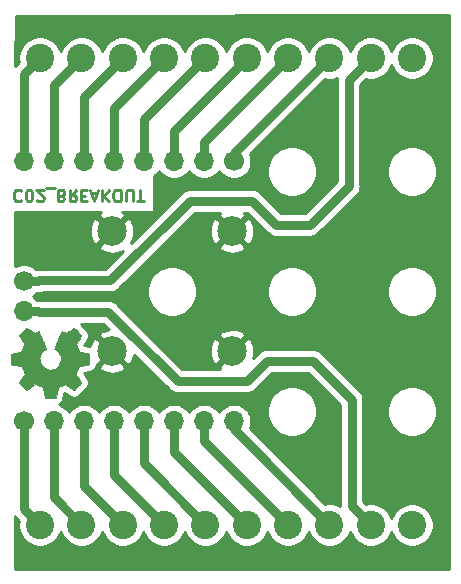
<source format=gbr>
G04 #@! TF.GenerationSoftware,KiCad,Pcbnew,5.1.5-52549c5~86~ubuntu18.04.1*
G04 #@! TF.CreationDate,2020-09-08T17:42:28-05:00*
G04 #@! TF.ProjectId,C02,4330322e-6b69-4636-9164-5f7063625858,rev?*
G04 #@! TF.SameCoordinates,Original*
G04 #@! TF.FileFunction,Copper,L2,Bot*
G04 #@! TF.FilePolarity,Positive*
%FSLAX46Y46*%
G04 Gerber Fmt 4.6, Leading zero omitted, Abs format (unit mm)*
G04 Created by KiCad (PCBNEW 5.1.5-52549c5~86~ubuntu18.04.1) date 2020-09-08 17:42:28*
%MOMM*%
%LPD*%
G04 APERTURE LIST*
%ADD10C,0.250000*%
%ADD11C,0.010000*%
%ADD12O,1.700000X1.700000*%
%ADD13C,1.700000*%
%ADD14C,2.400000*%
%ADD15C,2.499360*%
%ADD16C,0.750000*%
%ADD17C,0.254000*%
G04 APERTURE END LIST*
D10*
X21201666Y-35609257D02*
X21154047Y-35561638D01*
X21011190Y-35514019D01*
X20915952Y-35514019D01*
X20773095Y-35561638D01*
X20677857Y-35656876D01*
X20630238Y-35752114D01*
X20582619Y-35942590D01*
X20582619Y-36085447D01*
X20630238Y-36275923D01*
X20677857Y-36371161D01*
X20773095Y-36466400D01*
X20915952Y-36514019D01*
X21011190Y-36514019D01*
X21154047Y-36466400D01*
X21201666Y-36418780D01*
X21820714Y-36514019D02*
X21915952Y-36514019D01*
X22011190Y-36466400D01*
X22058809Y-36418780D01*
X22106428Y-36323542D01*
X22154047Y-36133066D01*
X22154047Y-35894971D01*
X22106428Y-35704495D01*
X22058809Y-35609257D01*
X22011190Y-35561638D01*
X21915952Y-35514019D01*
X21820714Y-35514019D01*
X21725476Y-35561638D01*
X21677857Y-35609257D01*
X21630238Y-35704495D01*
X21582619Y-35894971D01*
X21582619Y-36133066D01*
X21630238Y-36323542D01*
X21677857Y-36418780D01*
X21725476Y-36466400D01*
X21820714Y-36514019D01*
X22535000Y-36418780D02*
X22582619Y-36466400D01*
X22677857Y-36514019D01*
X22915952Y-36514019D01*
X23011190Y-36466400D01*
X23058809Y-36418780D01*
X23106428Y-36323542D01*
X23106428Y-36228304D01*
X23058809Y-36085447D01*
X22487380Y-35514019D01*
X23106428Y-35514019D01*
X23296904Y-35418780D02*
X24058809Y-35418780D01*
X24630238Y-36037828D02*
X24773095Y-35990209D01*
X24820714Y-35942590D01*
X24868333Y-35847352D01*
X24868333Y-35704495D01*
X24820714Y-35609257D01*
X24773095Y-35561638D01*
X24677857Y-35514019D01*
X24296904Y-35514019D01*
X24296904Y-36514019D01*
X24630238Y-36514019D01*
X24725476Y-36466400D01*
X24773095Y-36418780D01*
X24820714Y-36323542D01*
X24820714Y-36228304D01*
X24773095Y-36133066D01*
X24725476Y-36085447D01*
X24630238Y-36037828D01*
X24296904Y-36037828D01*
X25868333Y-35514019D02*
X25535000Y-35990209D01*
X25296904Y-35514019D02*
X25296904Y-36514019D01*
X25677857Y-36514019D01*
X25773095Y-36466400D01*
X25820714Y-36418780D01*
X25868333Y-36323542D01*
X25868333Y-36180685D01*
X25820714Y-36085447D01*
X25773095Y-36037828D01*
X25677857Y-35990209D01*
X25296904Y-35990209D01*
X26296904Y-36037828D02*
X26630238Y-36037828D01*
X26773095Y-35514019D02*
X26296904Y-35514019D01*
X26296904Y-36514019D01*
X26773095Y-36514019D01*
X27154047Y-35799733D02*
X27630238Y-35799733D01*
X27058809Y-35514019D02*
X27392142Y-36514019D01*
X27725476Y-35514019D01*
X28058809Y-35514019D02*
X28058809Y-36514019D01*
X28630238Y-35514019D02*
X28201666Y-36085447D01*
X28630238Y-36514019D02*
X28058809Y-35942590D01*
X29249285Y-36514019D02*
X29439761Y-36514019D01*
X29535000Y-36466400D01*
X29630238Y-36371161D01*
X29677857Y-36180685D01*
X29677857Y-35847352D01*
X29630238Y-35656876D01*
X29535000Y-35561638D01*
X29439761Y-35514019D01*
X29249285Y-35514019D01*
X29154047Y-35561638D01*
X29058809Y-35656876D01*
X29011190Y-35847352D01*
X29011190Y-36180685D01*
X29058809Y-36371161D01*
X29154047Y-36466400D01*
X29249285Y-36514019D01*
X30106428Y-36514019D02*
X30106428Y-35704495D01*
X30154047Y-35609257D01*
X30201666Y-35561638D01*
X30296904Y-35514019D01*
X30487380Y-35514019D01*
X30582619Y-35561638D01*
X30630238Y-35609257D01*
X30677857Y-35704495D01*
X30677857Y-36514019D01*
X31011190Y-36514019D02*
X31582619Y-36514019D01*
X31296904Y-35514019D02*
X31296904Y-36514019D01*
D11*
G36*
X24203214Y-52696069D02*
G01*
X24287035Y-52251445D01*
X24596320Y-52123947D01*
X24905606Y-51996449D01*
X25276646Y-52248754D01*
X25380557Y-52319004D01*
X25474487Y-52381728D01*
X25554052Y-52434062D01*
X25614870Y-52473143D01*
X25652557Y-52496107D01*
X25662821Y-52501058D01*
X25681310Y-52488324D01*
X25720820Y-52453118D01*
X25776922Y-52399938D01*
X25845187Y-52333282D01*
X25921186Y-52257646D01*
X26000492Y-52177528D01*
X26078675Y-52097426D01*
X26151307Y-52021836D01*
X26213959Y-51955255D01*
X26262203Y-51902182D01*
X26291610Y-51867113D01*
X26298641Y-51855377D01*
X26288523Y-51833740D01*
X26260159Y-51786338D01*
X26216529Y-51717807D01*
X26160618Y-51632785D01*
X26095406Y-51535907D01*
X26057619Y-51480650D01*
X25988743Y-51379752D01*
X25927540Y-51288701D01*
X25876978Y-51212030D01*
X25840028Y-51154272D01*
X25819658Y-51119957D01*
X25816597Y-51112746D01*
X25823536Y-51092252D01*
X25842451Y-51044487D01*
X25870487Y-50976168D01*
X25904791Y-50894011D01*
X25942509Y-50804730D01*
X25980787Y-50715042D01*
X26016770Y-50631662D01*
X26047606Y-50561306D01*
X26070439Y-50510690D01*
X26082417Y-50486529D01*
X26083124Y-50485578D01*
X26101931Y-50480964D01*
X26152018Y-50470672D01*
X26228193Y-50455713D01*
X26325265Y-50437099D01*
X26438043Y-50415841D01*
X26503842Y-50403582D01*
X26624350Y-50380638D01*
X26733197Y-50358805D01*
X26824876Y-50339278D01*
X26893881Y-50323252D01*
X26934704Y-50311921D01*
X26942911Y-50308326D01*
X26950948Y-50283994D01*
X26957433Y-50229041D01*
X26962370Y-50149892D01*
X26965764Y-50052974D01*
X26967618Y-49944713D01*
X26967938Y-49831535D01*
X26966727Y-49719865D01*
X26963990Y-49616132D01*
X26959731Y-49526759D01*
X26953955Y-49458174D01*
X26946667Y-49416803D01*
X26942295Y-49408190D01*
X26916164Y-49397867D01*
X26860793Y-49383108D01*
X26783507Y-49365648D01*
X26691630Y-49347220D01*
X26659558Y-49341259D01*
X26504924Y-49312934D01*
X26382775Y-49290124D01*
X26289073Y-49271920D01*
X26219784Y-49257417D01*
X26170871Y-49245708D01*
X26138297Y-49235885D01*
X26118028Y-49227044D01*
X26106026Y-49218276D01*
X26104347Y-49216543D01*
X26087584Y-49188629D01*
X26062014Y-49134305D01*
X26030188Y-49060223D01*
X25994660Y-48973035D01*
X25957983Y-48879392D01*
X25922711Y-48785948D01*
X25891396Y-48699353D01*
X25866593Y-48626260D01*
X25850854Y-48573322D01*
X25846732Y-48547189D01*
X25847076Y-48546274D01*
X25861041Y-48524914D01*
X25892722Y-48477916D01*
X25938791Y-48410173D01*
X25995918Y-48326577D01*
X26060773Y-48232018D01*
X26079243Y-48205146D01*
X26145099Y-48107725D01*
X26203050Y-48018837D01*
X26249938Y-47943588D01*
X26282607Y-47887080D01*
X26297900Y-47854419D01*
X26298641Y-47850407D01*
X26285792Y-47829316D01*
X26250288Y-47787536D01*
X26196693Y-47729555D01*
X26129571Y-47659865D01*
X26053487Y-47582955D01*
X25973004Y-47503317D01*
X25892687Y-47425439D01*
X25817099Y-47353814D01*
X25750805Y-47292930D01*
X25698369Y-47247279D01*
X25664355Y-47221350D01*
X25654945Y-47217117D01*
X25633043Y-47227088D01*
X25588200Y-47253980D01*
X25527721Y-47293264D01*
X25481189Y-47324883D01*
X25396875Y-47382902D01*
X25297026Y-47451216D01*
X25196873Y-47519421D01*
X25143027Y-47555925D01*
X24960771Y-47679200D01*
X24807781Y-47596480D01*
X24738082Y-47560241D01*
X24678814Y-47532074D01*
X24638711Y-47516009D01*
X24628503Y-47513774D01*
X24616229Y-47530278D01*
X24592013Y-47576918D01*
X24557663Y-47649391D01*
X24514988Y-47743394D01*
X24465794Y-47854626D01*
X24411890Y-47978785D01*
X24355084Y-48111568D01*
X24297182Y-48248673D01*
X24239993Y-48385798D01*
X24185324Y-48518642D01*
X24134984Y-48642902D01*
X24090780Y-48754275D01*
X24054519Y-48848461D01*
X24028009Y-48921156D01*
X24013058Y-48968059D01*
X24010654Y-48984167D01*
X24029711Y-49004714D01*
X24071436Y-49038067D01*
X24127106Y-49077298D01*
X24131778Y-49080401D01*
X24275664Y-49195577D01*
X24391683Y-49329947D01*
X24478830Y-49479216D01*
X24536099Y-49639087D01*
X24562486Y-49805263D01*
X24556985Y-49973448D01*
X24518590Y-50139345D01*
X24446295Y-50298658D01*
X24425026Y-50333513D01*
X24314396Y-50474263D01*
X24183702Y-50587286D01*
X24037464Y-50671997D01*
X23880208Y-50727806D01*
X23716457Y-50754126D01*
X23550733Y-50750370D01*
X23387562Y-50715950D01*
X23231465Y-50650277D01*
X23086967Y-50552765D01*
X23042269Y-50513187D01*
X22928512Y-50389297D01*
X22845618Y-50258876D01*
X22788756Y-50112685D01*
X22757087Y-49967912D01*
X22749269Y-49805140D01*
X22775338Y-49641560D01*
X22832645Y-49482702D01*
X22918544Y-49334094D01*
X23030386Y-49201265D01*
X23165523Y-49089744D01*
X23183283Y-49077989D01*
X23239550Y-49039492D01*
X23282323Y-49006137D01*
X23302772Y-48984840D01*
X23303069Y-48984167D01*
X23298679Y-48961129D01*
X23281276Y-48908843D01*
X23252668Y-48831610D01*
X23214665Y-48733732D01*
X23169074Y-48619509D01*
X23117703Y-48493242D01*
X23062362Y-48359233D01*
X23004858Y-48221782D01*
X22947001Y-48085192D01*
X22890598Y-47953763D01*
X22837458Y-47831795D01*
X22789390Y-47723591D01*
X22748201Y-47633451D01*
X22715701Y-47565677D01*
X22693697Y-47524570D01*
X22684836Y-47513774D01*
X22657760Y-47522181D01*
X22607097Y-47544728D01*
X22541583Y-47577387D01*
X22505559Y-47596480D01*
X22352568Y-47679200D01*
X22170312Y-47555925D01*
X22077275Y-47492772D01*
X21975415Y-47423273D01*
X21879962Y-47357835D01*
X21832150Y-47324883D01*
X21764905Y-47279727D01*
X21707964Y-47243943D01*
X21668754Y-47222062D01*
X21656019Y-47217437D01*
X21637483Y-47229915D01*
X21596459Y-47264748D01*
X21536925Y-47318322D01*
X21462858Y-47387017D01*
X21378235Y-47467219D01*
X21324715Y-47518714D01*
X21231081Y-47610714D01*
X21150159Y-47693001D01*
X21085223Y-47762055D01*
X21039542Y-47814356D01*
X21016389Y-47846384D01*
X21014168Y-47852884D01*
X21024476Y-47877606D01*
X21052961Y-47927595D01*
X21096463Y-47997788D01*
X21151823Y-48083125D01*
X21215880Y-48178544D01*
X21234097Y-48205146D01*
X21300473Y-48301833D01*
X21360022Y-48388883D01*
X21409416Y-48461405D01*
X21445325Y-48514507D01*
X21464419Y-48543297D01*
X21466264Y-48546274D01*
X21463505Y-48569218D01*
X21448862Y-48619664D01*
X21424887Y-48690959D01*
X21394134Y-48776453D01*
X21359156Y-48869493D01*
X21322507Y-48963426D01*
X21286739Y-49051601D01*
X21254406Y-49127366D01*
X21228062Y-49184069D01*
X21210258Y-49215057D01*
X21208993Y-49216543D01*
X21198106Y-49225399D01*
X21179718Y-49234157D01*
X21149794Y-49243723D01*
X21104297Y-49255004D01*
X21039191Y-49268907D01*
X20950439Y-49286337D01*
X20834007Y-49308202D01*
X20685858Y-49335409D01*
X20653782Y-49341259D01*
X20558714Y-49359626D01*
X20475835Y-49377595D01*
X20412470Y-49393431D01*
X20375942Y-49405400D01*
X20371044Y-49408190D01*
X20362973Y-49432928D01*
X20356413Y-49488210D01*
X20351367Y-49567611D01*
X20347841Y-49664704D01*
X20345839Y-49773062D01*
X20345364Y-49886260D01*
X20346423Y-49997872D01*
X20349018Y-50101471D01*
X20353154Y-50190632D01*
X20358837Y-50258928D01*
X20366069Y-50299934D01*
X20370429Y-50308326D01*
X20394702Y-50316792D01*
X20449974Y-50330565D01*
X20530738Y-50348450D01*
X20631488Y-50369252D01*
X20746717Y-50391777D01*
X20809498Y-50403582D01*
X20928613Y-50425849D01*
X21034835Y-50446021D01*
X21122973Y-50463085D01*
X21187834Y-50476031D01*
X21224226Y-50483845D01*
X21230216Y-50485578D01*
X21240339Y-50505110D01*
X21261738Y-50552157D01*
X21291561Y-50619997D01*
X21326955Y-50701909D01*
X21365068Y-50791172D01*
X21403047Y-50881065D01*
X21438040Y-50964865D01*
X21467194Y-51035853D01*
X21487657Y-51087306D01*
X21496577Y-51112503D01*
X21496743Y-51113604D01*
X21486631Y-51133481D01*
X21458283Y-51179223D01*
X21414677Y-51246283D01*
X21358794Y-51330116D01*
X21293613Y-51426174D01*
X21255721Y-51481350D01*
X21186675Y-51582519D01*
X21125350Y-51674370D01*
X21074737Y-51752256D01*
X21037829Y-51811531D01*
X21017618Y-51847549D01*
X21014699Y-51855623D01*
X21027247Y-51874416D01*
X21061937Y-51914543D01*
X21114337Y-51971507D01*
X21180016Y-52040815D01*
X21254544Y-52117969D01*
X21333487Y-52198475D01*
X21412417Y-52277837D01*
X21486900Y-52351560D01*
X21552506Y-52415148D01*
X21604804Y-52464106D01*
X21639361Y-52493939D01*
X21650922Y-52501058D01*
X21669746Y-52491047D01*
X21714769Y-52462922D01*
X21781613Y-52419546D01*
X21865901Y-52363782D01*
X21963256Y-52298494D01*
X22036693Y-52248754D01*
X22407733Y-51996449D01*
X23026305Y-52251445D01*
X23110125Y-52696069D01*
X23193946Y-53140693D01*
X24119394Y-53140693D01*
X24203214Y-52696069D01*
G37*
X24203214Y-52696069D02*
X24287035Y-52251445D01*
X24596320Y-52123947D01*
X24905606Y-51996449D01*
X25276646Y-52248754D01*
X25380557Y-52319004D01*
X25474487Y-52381728D01*
X25554052Y-52434062D01*
X25614870Y-52473143D01*
X25652557Y-52496107D01*
X25662821Y-52501058D01*
X25681310Y-52488324D01*
X25720820Y-52453118D01*
X25776922Y-52399938D01*
X25845187Y-52333282D01*
X25921186Y-52257646D01*
X26000492Y-52177528D01*
X26078675Y-52097426D01*
X26151307Y-52021836D01*
X26213959Y-51955255D01*
X26262203Y-51902182D01*
X26291610Y-51867113D01*
X26298641Y-51855377D01*
X26288523Y-51833740D01*
X26260159Y-51786338D01*
X26216529Y-51717807D01*
X26160618Y-51632785D01*
X26095406Y-51535907D01*
X26057619Y-51480650D01*
X25988743Y-51379752D01*
X25927540Y-51288701D01*
X25876978Y-51212030D01*
X25840028Y-51154272D01*
X25819658Y-51119957D01*
X25816597Y-51112746D01*
X25823536Y-51092252D01*
X25842451Y-51044487D01*
X25870487Y-50976168D01*
X25904791Y-50894011D01*
X25942509Y-50804730D01*
X25980787Y-50715042D01*
X26016770Y-50631662D01*
X26047606Y-50561306D01*
X26070439Y-50510690D01*
X26082417Y-50486529D01*
X26083124Y-50485578D01*
X26101931Y-50480964D01*
X26152018Y-50470672D01*
X26228193Y-50455713D01*
X26325265Y-50437099D01*
X26438043Y-50415841D01*
X26503842Y-50403582D01*
X26624350Y-50380638D01*
X26733197Y-50358805D01*
X26824876Y-50339278D01*
X26893881Y-50323252D01*
X26934704Y-50311921D01*
X26942911Y-50308326D01*
X26950948Y-50283994D01*
X26957433Y-50229041D01*
X26962370Y-50149892D01*
X26965764Y-50052974D01*
X26967618Y-49944713D01*
X26967938Y-49831535D01*
X26966727Y-49719865D01*
X26963990Y-49616132D01*
X26959731Y-49526759D01*
X26953955Y-49458174D01*
X26946667Y-49416803D01*
X26942295Y-49408190D01*
X26916164Y-49397867D01*
X26860793Y-49383108D01*
X26783507Y-49365648D01*
X26691630Y-49347220D01*
X26659558Y-49341259D01*
X26504924Y-49312934D01*
X26382775Y-49290124D01*
X26289073Y-49271920D01*
X26219784Y-49257417D01*
X26170871Y-49245708D01*
X26138297Y-49235885D01*
X26118028Y-49227044D01*
X26106026Y-49218276D01*
X26104347Y-49216543D01*
X26087584Y-49188629D01*
X26062014Y-49134305D01*
X26030188Y-49060223D01*
X25994660Y-48973035D01*
X25957983Y-48879392D01*
X25922711Y-48785948D01*
X25891396Y-48699353D01*
X25866593Y-48626260D01*
X25850854Y-48573322D01*
X25846732Y-48547189D01*
X25847076Y-48546274D01*
X25861041Y-48524914D01*
X25892722Y-48477916D01*
X25938791Y-48410173D01*
X25995918Y-48326577D01*
X26060773Y-48232018D01*
X26079243Y-48205146D01*
X26145099Y-48107725D01*
X26203050Y-48018837D01*
X26249938Y-47943588D01*
X26282607Y-47887080D01*
X26297900Y-47854419D01*
X26298641Y-47850407D01*
X26285792Y-47829316D01*
X26250288Y-47787536D01*
X26196693Y-47729555D01*
X26129571Y-47659865D01*
X26053487Y-47582955D01*
X25973004Y-47503317D01*
X25892687Y-47425439D01*
X25817099Y-47353814D01*
X25750805Y-47292930D01*
X25698369Y-47247279D01*
X25664355Y-47221350D01*
X25654945Y-47217117D01*
X25633043Y-47227088D01*
X25588200Y-47253980D01*
X25527721Y-47293264D01*
X25481189Y-47324883D01*
X25396875Y-47382902D01*
X25297026Y-47451216D01*
X25196873Y-47519421D01*
X25143027Y-47555925D01*
X24960771Y-47679200D01*
X24807781Y-47596480D01*
X24738082Y-47560241D01*
X24678814Y-47532074D01*
X24638711Y-47516009D01*
X24628503Y-47513774D01*
X24616229Y-47530278D01*
X24592013Y-47576918D01*
X24557663Y-47649391D01*
X24514988Y-47743394D01*
X24465794Y-47854626D01*
X24411890Y-47978785D01*
X24355084Y-48111568D01*
X24297182Y-48248673D01*
X24239993Y-48385798D01*
X24185324Y-48518642D01*
X24134984Y-48642902D01*
X24090780Y-48754275D01*
X24054519Y-48848461D01*
X24028009Y-48921156D01*
X24013058Y-48968059D01*
X24010654Y-48984167D01*
X24029711Y-49004714D01*
X24071436Y-49038067D01*
X24127106Y-49077298D01*
X24131778Y-49080401D01*
X24275664Y-49195577D01*
X24391683Y-49329947D01*
X24478830Y-49479216D01*
X24536099Y-49639087D01*
X24562486Y-49805263D01*
X24556985Y-49973448D01*
X24518590Y-50139345D01*
X24446295Y-50298658D01*
X24425026Y-50333513D01*
X24314396Y-50474263D01*
X24183702Y-50587286D01*
X24037464Y-50671997D01*
X23880208Y-50727806D01*
X23716457Y-50754126D01*
X23550733Y-50750370D01*
X23387562Y-50715950D01*
X23231465Y-50650277D01*
X23086967Y-50552765D01*
X23042269Y-50513187D01*
X22928512Y-50389297D01*
X22845618Y-50258876D01*
X22788756Y-50112685D01*
X22757087Y-49967912D01*
X22749269Y-49805140D01*
X22775338Y-49641560D01*
X22832645Y-49482702D01*
X22918544Y-49334094D01*
X23030386Y-49201265D01*
X23165523Y-49089744D01*
X23183283Y-49077989D01*
X23239550Y-49039492D01*
X23282323Y-49006137D01*
X23302772Y-48984840D01*
X23303069Y-48984167D01*
X23298679Y-48961129D01*
X23281276Y-48908843D01*
X23252668Y-48831610D01*
X23214665Y-48733732D01*
X23169074Y-48619509D01*
X23117703Y-48493242D01*
X23062362Y-48359233D01*
X23004858Y-48221782D01*
X22947001Y-48085192D01*
X22890598Y-47953763D01*
X22837458Y-47831795D01*
X22789390Y-47723591D01*
X22748201Y-47633451D01*
X22715701Y-47565677D01*
X22693697Y-47524570D01*
X22684836Y-47513774D01*
X22657760Y-47522181D01*
X22607097Y-47544728D01*
X22541583Y-47577387D01*
X22505559Y-47596480D01*
X22352568Y-47679200D01*
X22170312Y-47555925D01*
X22077275Y-47492772D01*
X21975415Y-47423273D01*
X21879962Y-47357835D01*
X21832150Y-47324883D01*
X21764905Y-47279727D01*
X21707964Y-47243943D01*
X21668754Y-47222062D01*
X21656019Y-47217437D01*
X21637483Y-47229915D01*
X21596459Y-47264748D01*
X21536925Y-47318322D01*
X21462858Y-47387017D01*
X21378235Y-47467219D01*
X21324715Y-47518714D01*
X21231081Y-47610714D01*
X21150159Y-47693001D01*
X21085223Y-47762055D01*
X21039542Y-47814356D01*
X21016389Y-47846384D01*
X21014168Y-47852884D01*
X21024476Y-47877606D01*
X21052961Y-47927595D01*
X21096463Y-47997788D01*
X21151823Y-48083125D01*
X21215880Y-48178544D01*
X21234097Y-48205146D01*
X21300473Y-48301833D01*
X21360022Y-48388883D01*
X21409416Y-48461405D01*
X21445325Y-48514507D01*
X21464419Y-48543297D01*
X21466264Y-48546274D01*
X21463505Y-48569218D01*
X21448862Y-48619664D01*
X21424887Y-48690959D01*
X21394134Y-48776453D01*
X21359156Y-48869493D01*
X21322507Y-48963426D01*
X21286739Y-49051601D01*
X21254406Y-49127366D01*
X21228062Y-49184069D01*
X21210258Y-49215057D01*
X21208993Y-49216543D01*
X21198106Y-49225399D01*
X21179718Y-49234157D01*
X21149794Y-49243723D01*
X21104297Y-49255004D01*
X21039191Y-49268907D01*
X20950439Y-49286337D01*
X20834007Y-49308202D01*
X20685858Y-49335409D01*
X20653782Y-49341259D01*
X20558714Y-49359626D01*
X20475835Y-49377595D01*
X20412470Y-49393431D01*
X20375942Y-49405400D01*
X20371044Y-49408190D01*
X20362973Y-49432928D01*
X20356413Y-49488210D01*
X20351367Y-49567611D01*
X20347841Y-49664704D01*
X20345839Y-49773062D01*
X20345364Y-49886260D01*
X20346423Y-49997872D01*
X20349018Y-50101471D01*
X20353154Y-50190632D01*
X20358837Y-50258928D01*
X20366069Y-50299934D01*
X20370429Y-50308326D01*
X20394702Y-50316792D01*
X20449974Y-50330565D01*
X20530738Y-50348450D01*
X20631488Y-50369252D01*
X20746717Y-50391777D01*
X20809498Y-50403582D01*
X20928613Y-50425849D01*
X21034835Y-50446021D01*
X21122973Y-50463085D01*
X21187834Y-50476031D01*
X21224226Y-50483845D01*
X21230216Y-50485578D01*
X21240339Y-50505110D01*
X21261738Y-50552157D01*
X21291561Y-50619997D01*
X21326955Y-50701909D01*
X21365068Y-50791172D01*
X21403047Y-50881065D01*
X21438040Y-50964865D01*
X21467194Y-51035853D01*
X21487657Y-51087306D01*
X21496577Y-51112503D01*
X21496743Y-51113604D01*
X21486631Y-51133481D01*
X21458283Y-51179223D01*
X21414677Y-51246283D01*
X21358794Y-51330116D01*
X21293613Y-51426174D01*
X21255721Y-51481350D01*
X21186675Y-51582519D01*
X21125350Y-51674370D01*
X21074737Y-51752256D01*
X21037829Y-51811531D01*
X21017618Y-51847549D01*
X21014699Y-51855623D01*
X21027247Y-51874416D01*
X21061937Y-51914543D01*
X21114337Y-51971507D01*
X21180016Y-52040815D01*
X21254544Y-52117969D01*
X21333487Y-52198475D01*
X21412417Y-52277837D01*
X21486900Y-52351560D01*
X21552506Y-52415148D01*
X21604804Y-52464106D01*
X21639361Y-52493939D01*
X21650922Y-52501058D01*
X21669746Y-52491047D01*
X21714769Y-52462922D01*
X21781613Y-52419546D01*
X21865901Y-52363782D01*
X21963256Y-52298494D01*
X22036693Y-52248754D01*
X22407733Y-51996449D01*
X23026305Y-52251445D01*
X23110125Y-52696069D01*
X23193946Y-53140693D01*
X24119394Y-53140693D01*
X24203214Y-52696069D01*
D12*
X21437600Y-45830000D03*
D13*
X21437600Y-43290000D03*
D12*
X39217600Y-55130000D03*
X36677600Y-55130000D03*
X34137600Y-55130000D03*
X31597600Y-55130000D03*
X29057600Y-55130000D03*
X26517600Y-55130000D03*
X23977600Y-55130000D03*
D13*
X21437600Y-55130000D03*
D12*
X21437600Y-33130000D03*
X23977600Y-33130000D03*
X26517600Y-33130000D03*
X29057600Y-33130000D03*
X31597600Y-33130000D03*
X34137600Y-33130000D03*
X36677600Y-33130000D03*
D13*
X39217600Y-33130000D03*
D14*
X54305200Y-63901400D03*
X50805200Y-63901400D03*
X47305200Y-63901400D03*
X43805200Y-63901400D03*
X40305200Y-63901400D03*
X36805200Y-63901400D03*
X33305200Y-63901400D03*
X29805200Y-63901400D03*
X26305200Y-63901400D03*
X22805200Y-63901400D03*
X22805200Y-24358600D03*
X26305200Y-24358600D03*
X29805200Y-24358600D03*
X33305200Y-24358600D03*
X36805200Y-24358600D03*
X40305200Y-24358600D03*
X43805200Y-24358600D03*
X47305200Y-24358600D03*
X50805200Y-24358600D03*
X54305200Y-24358600D03*
D15*
X39050000Y-49210000D03*
X39050000Y-39050000D03*
X28890000Y-49210000D03*
X28890000Y-39050000D03*
D16*
X21437600Y-25726200D02*
X22805200Y-24358600D01*
X21437600Y-33130000D02*
X21437600Y-25726200D01*
X23977600Y-26686200D02*
X26305200Y-24358600D01*
X23977600Y-33130000D02*
X23977600Y-26686200D01*
X26517600Y-27646200D02*
X29805200Y-24358600D01*
X26517600Y-33130000D02*
X26517600Y-27646200D01*
X29057600Y-28606200D02*
X33305200Y-24358600D01*
X29057600Y-33130000D02*
X29057600Y-28606200D01*
X31597600Y-29566200D02*
X36805200Y-24358600D01*
X31597600Y-33130000D02*
X31597600Y-29566200D01*
X34137600Y-30526200D02*
X40305200Y-24358600D01*
X34137600Y-33130000D02*
X34137600Y-30526200D01*
X36677600Y-31486200D02*
X43805200Y-24358600D01*
X36677600Y-33130000D02*
X36677600Y-31486200D01*
X39217600Y-32446200D02*
X39217600Y-33130000D01*
X47305200Y-24358600D02*
X39217600Y-32446200D01*
X48920400Y-35204400D02*
X48920400Y-26243400D01*
X45618400Y-38506400D02*
X48920400Y-35204400D01*
X22639681Y-43290000D02*
X22724281Y-43205400D01*
X21437600Y-43290000D02*
X22639681Y-43290000D01*
X42799000Y-38506400D02*
X45618400Y-38506400D01*
X28752800Y-43205400D02*
X35509200Y-36449000D01*
X22724281Y-43205400D02*
X28752800Y-43205400D01*
X40741600Y-36449000D02*
X42799000Y-38506400D01*
X48920400Y-26243400D02*
X50805200Y-24358600D01*
X35509200Y-36449000D02*
X40741600Y-36449000D01*
X49174400Y-62270600D02*
X50805200Y-63901400D01*
X49174400Y-53314600D02*
X49174400Y-62270600D01*
X45897800Y-50038000D02*
X49174400Y-53314600D01*
X22639681Y-45830000D02*
X22682081Y-45872400D01*
X42011600Y-50038000D02*
X45897800Y-50038000D01*
X21437600Y-45830000D02*
X22639681Y-45830000D01*
X34442400Y-51739800D02*
X40309800Y-51739800D01*
X22682081Y-45872400D02*
X28575000Y-45872400D01*
X28575000Y-45872400D02*
X34442400Y-51739800D01*
X40309800Y-51739800D02*
X42011600Y-50038000D01*
X39217600Y-55813800D02*
X39217600Y-55130000D01*
X47305200Y-63901400D02*
X39217600Y-55813800D01*
X36677600Y-56773800D02*
X43805200Y-63901400D01*
X36677600Y-55130000D02*
X36677600Y-56773800D01*
X34137600Y-57733800D02*
X40305200Y-63901400D01*
X34137600Y-55130000D02*
X34137600Y-57733800D01*
X31597600Y-58693800D02*
X31597600Y-55130000D01*
X36805200Y-63901400D02*
X31597600Y-58693800D01*
X29057600Y-59653800D02*
X29057600Y-55130000D01*
X33305200Y-63901400D02*
X29057600Y-59653800D01*
X26517600Y-60613800D02*
X26517600Y-55130000D01*
X29805200Y-63901400D02*
X26517600Y-60613800D01*
X23977600Y-61573800D02*
X23977600Y-55130000D01*
X26305200Y-63901400D02*
X23977600Y-61573800D01*
X21437600Y-62533800D02*
X21437600Y-55130000D01*
X22805200Y-63901400D02*
X21437600Y-62533800D01*
D17*
G36*
X57429400Y-67600000D02*
G01*
X20660000Y-67600000D01*
X20660000Y-63178363D01*
X20719967Y-63251433D01*
X20758506Y-63283061D01*
X21007681Y-63532237D01*
X20970200Y-63720668D01*
X20970200Y-64082132D01*
X21040718Y-64436650D01*
X21179044Y-64770599D01*
X21379862Y-65071144D01*
X21635456Y-65326738D01*
X21936001Y-65527556D01*
X22269950Y-65665882D01*
X22624468Y-65736400D01*
X22985932Y-65736400D01*
X23340450Y-65665882D01*
X23674399Y-65527556D01*
X23974944Y-65326738D01*
X24230538Y-65071144D01*
X24431356Y-64770599D01*
X24555200Y-64471613D01*
X24679044Y-64770599D01*
X24879862Y-65071144D01*
X25135456Y-65326738D01*
X25436001Y-65527556D01*
X25769950Y-65665882D01*
X26124468Y-65736400D01*
X26485932Y-65736400D01*
X26840450Y-65665882D01*
X27174399Y-65527556D01*
X27474944Y-65326738D01*
X27730538Y-65071144D01*
X27931356Y-64770599D01*
X28055200Y-64471613D01*
X28179044Y-64770599D01*
X28379862Y-65071144D01*
X28635456Y-65326738D01*
X28936001Y-65527556D01*
X29269950Y-65665882D01*
X29624468Y-65736400D01*
X29985932Y-65736400D01*
X30340450Y-65665882D01*
X30674399Y-65527556D01*
X30974944Y-65326738D01*
X31230538Y-65071144D01*
X31431356Y-64770599D01*
X31555200Y-64471613D01*
X31679044Y-64770599D01*
X31879862Y-65071144D01*
X32135456Y-65326738D01*
X32436001Y-65527556D01*
X32769950Y-65665882D01*
X33124468Y-65736400D01*
X33485932Y-65736400D01*
X33840450Y-65665882D01*
X34174399Y-65527556D01*
X34474944Y-65326738D01*
X34730538Y-65071144D01*
X34931356Y-64770599D01*
X35055200Y-64471613D01*
X35179044Y-64770599D01*
X35379862Y-65071144D01*
X35635456Y-65326738D01*
X35936001Y-65527556D01*
X36269950Y-65665882D01*
X36624468Y-65736400D01*
X36985932Y-65736400D01*
X37340450Y-65665882D01*
X37674399Y-65527556D01*
X37974944Y-65326738D01*
X38230538Y-65071144D01*
X38431356Y-64770599D01*
X38555200Y-64471613D01*
X38679044Y-64770599D01*
X38879862Y-65071144D01*
X39135456Y-65326738D01*
X39436001Y-65527556D01*
X39769950Y-65665882D01*
X40124468Y-65736400D01*
X40485932Y-65736400D01*
X40840450Y-65665882D01*
X41174399Y-65527556D01*
X41474944Y-65326738D01*
X41730538Y-65071144D01*
X41931356Y-64770599D01*
X42055200Y-64471613D01*
X42179044Y-64770599D01*
X42379862Y-65071144D01*
X42635456Y-65326738D01*
X42936001Y-65527556D01*
X43269950Y-65665882D01*
X43624468Y-65736400D01*
X43985932Y-65736400D01*
X44340450Y-65665882D01*
X44674399Y-65527556D01*
X44974944Y-65326738D01*
X45230538Y-65071144D01*
X45431356Y-64770599D01*
X45555200Y-64471613D01*
X45679044Y-64770599D01*
X45879862Y-65071144D01*
X46135456Y-65326738D01*
X46436001Y-65527556D01*
X46769950Y-65665882D01*
X47124468Y-65736400D01*
X47485932Y-65736400D01*
X47840450Y-65665882D01*
X48174399Y-65527556D01*
X48474944Y-65326738D01*
X48730538Y-65071144D01*
X48931356Y-64770599D01*
X49055200Y-64471613D01*
X49179044Y-64770599D01*
X49379862Y-65071144D01*
X49635456Y-65326738D01*
X49936001Y-65527556D01*
X50269950Y-65665882D01*
X50624468Y-65736400D01*
X50985932Y-65736400D01*
X51340450Y-65665882D01*
X51674399Y-65527556D01*
X51974944Y-65326738D01*
X52230538Y-65071144D01*
X52431356Y-64770599D01*
X52555200Y-64471613D01*
X52679044Y-64770599D01*
X52879862Y-65071144D01*
X53135456Y-65326738D01*
X53436001Y-65527556D01*
X53769950Y-65665882D01*
X54124468Y-65736400D01*
X54485932Y-65736400D01*
X54840450Y-65665882D01*
X55174399Y-65527556D01*
X55474944Y-65326738D01*
X55730538Y-65071144D01*
X55931356Y-64770599D01*
X56069682Y-64436650D01*
X56140200Y-64082132D01*
X56140200Y-63720668D01*
X56069682Y-63366150D01*
X55931356Y-63032201D01*
X55730538Y-62731656D01*
X55474944Y-62476062D01*
X55174399Y-62275244D01*
X54840450Y-62136918D01*
X54485932Y-62066400D01*
X54124468Y-62066400D01*
X53769950Y-62136918D01*
X53436001Y-62275244D01*
X53135456Y-62476062D01*
X52879862Y-62731656D01*
X52679044Y-63032201D01*
X52555200Y-63331187D01*
X52431356Y-63032201D01*
X52230538Y-62731656D01*
X51974944Y-62476062D01*
X51674399Y-62275244D01*
X51340450Y-62136918D01*
X50985932Y-62066400D01*
X50624468Y-62066400D01*
X50436037Y-62103881D01*
X50184400Y-61852245D01*
X50184400Y-54079721D01*
X52155000Y-54079721D01*
X52155000Y-54500279D01*
X52237047Y-54912756D01*
X52397988Y-55301302D01*
X52631637Y-55650983D01*
X52929017Y-55948363D01*
X53278698Y-56182012D01*
X53667244Y-56342953D01*
X54079721Y-56425000D01*
X54500279Y-56425000D01*
X54912756Y-56342953D01*
X55301302Y-56182012D01*
X55650983Y-55948363D01*
X55948363Y-55650983D01*
X56182012Y-55301302D01*
X56342953Y-54912756D01*
X56425000Y-54500279D01*
X56425000Y-54079721D01*
X56342953Y-53667244D01*
X56182012Y-53278698D01*
X55948363Y-52929017D01*
X55650983Y-52631637D01*
X55301302Y-52397988D01*
X54912756Y-52237047D01*
X54500279Y-52155000D01*
X54079721Y-52155000D01*
X53667244Y-52237047D01*
X53278698Y-52397988D01*
X52929017Y-52631637D01*
X52631637Y-52929017D01*
X52397988Y-53278698D01*
X52237047Y-53667244D01*
X52155000Y-54079721D01*
X50184400Y-54079721D01*
X50184400Y-53364204D01*
X50189286Y-53314599D01*
X50180299Y-53223358D01*
X50169785Y-53116606D01*
X50112032Y-52926220D01*
X50018247Y-52750760D01*
X49892033Y-52596967D01*
X49853494Y-52565339D01*
X46647061Y-49358906D01*
X46615433Y-49320367D01*
X46461640Y-49194153D01*
X46286180Y-49100368D01*
X46095794Y-49042615D01*
X45947408Y-49028000D01*
X45897800Y-49023114D01*
X45848192Y-49028000D01*
X42061208Y-49028000D01*
X42011600Y-49023114D01*
X41961992Y-49028000D01*
X41955311Y-49028658D01*
X41813605Y-49042615D01*
X41632836Y-49097451D01*
X41623220Y-49100368D01*
X41447760Y-49194153D01*
X41293967Y-49320367D01*
X41262344Y-49358901D01*
X40850574Y-49770670D01*
X40916975Y-49527613D01*
X40943065Y-49157281D01*
X40896405Y-48788975D01*
X40778789Y-48436849D01*
X40653315Y-48202104D01*
X40363377Y-48076229D01*
X39229605Y-49210000D01*
X39243748Y-49224142D01*
X39064142Y-49403748D01*
X39050000Y-49389605D01*
X37916229Y-50523377D01*
X38005846Y-50729800D01*
X34860756Y-50729800D01*
X33393675Y-49262719D01*
X37156935Y-49262719D01*
X37203595Y-49631025D01*
X37321211Y-49983151D01*
X37446685Y-50217896D01*
X37736623Y-50343771D01*
X38870395Y-49210000D01*
X37736623Y-48076229D01*
X37446685Y-48202104D01*
X37280861Y-48534262D01*
X37183025Y-48892387D01*
X37156935Y-49262719D01*
X33393675Y-49262719D01*
X32027579Y-47896623D01*
X37916229Y-47896623D01*
X39050000Y-49030395D01*
X40183771Y-47896623D01*
X40057896Y-47606685D01*
X39725738Y-47440861D01*
X39367613Y-47343025D01*
X38997281Y-47316935D01*
X38628975Y-47363595D01*
X38276849Y-47481211D01*
X38042104Y-47606685D01*
X37916229Y-47896623D01*
X32027579Y-47896623D01*
X29324261Y-45193306D01*
X29292633Y-45154767D01*
X29138840Y-45028553D01*
X28963380Y-44934768D01*
X28772994Y-44877015D01*
X28624608Y-44862400D01*
X28575000Y-44857514D01*
X28525392Y-44862400D01*
X22929270Y-44862400D01*
X22837675Y-44834615D01*
X22689289Y-44820000D01*
X22639681Y-44815114D01*
X22590073Y-44820000D01*
X22527707Y-44820000D01*
X22384232Y-44676525D01*
X22209840Y-44560000D01*
X22384232Y-44443475D01*
X22527707Y-44300000D01*
X22590073Y-44300000D01*
X22639681Y-44304886D01*
X22837675Y-44285385D01*
X23028061Y-44227632D01*
X23050946Y-44215400D01*
X28703192Y-44215400D01*
X28752800Y-44220286D01*
X28950794Y-44200785D01*
X29141180Y-44143032D01*
X29316640Y-44049247D01*
X29470433Y-43923033D01*
X29473151Y-43919721D01*
X31835000Y-43919721D01*
X31835000Y-44340279D01*
X31917047Y-44752756D01*
X32077988Y-45141302D01*
X32311637Y-45490983D01*
X32609017Y-45788363D01*
X32958698Y-46022012D01*
X33347244Y-46182953D01*
X33759721Y-46265000D01*
X34180279Y-46265000D01*
X34592756Y-46182953D01*
X34981302Y-46022012D01*
X35330983Y-45788363D01*
X35628363Y-45490983D01*
X35862012Y-45141302D01*
X36022953Y-44752756D01*
X36105000Y-44340279D01*
X36105000Y-43919721D01*
X41995000Y-43919721D01*
X41995000Y-44340279D01*
X42077047Y-44752756D01*
X42237988Y-45141302D01*
X42471637Y-45490983D01*
X42769017Y-45788363D01*
X43118698Y-46022012D01*
X43507244Y-46182953D01*
X43919721Y-46265000D01*
X44340279Y-46265000D01*
X44752756Y-46182953D01*
X45141302Y-46022012D01*
X45490983Y-45788363D01*
X45788363Y-45490983D01*
X46022012Y-45141302D01*
X46182953Y-44752756D01*
X46265000Y-44340279D01*
X46265000Y-43919721D01*
X52155000Y-43919721D01*
X52155000Y-44340279D01*
X52237047Y-44752756D01*
X52397988Y-45141302D01*
X52631637Y-45490983D01*
X52929017Y-45788363D01*
X53278698Y-46022012D01*
X53667244Y-46182953D01*
X54079721Y-46265000D01*
X54500279Y-46265000D01*
X54912756Y-46182953D01*
X55301302Y-46022012D01*
X55650983Y-45788363D01*
X55948363Y-45490983D01*
X56182012Y-45141302D01*
X56342953Y-44752756D01*
X56425000Y-44340279D01*
X56425000Y-43919721D01*
X56342953Y-43507244D01*
X56182012Y-43118698D01*
X55948363Y-42769017D01*
X55650983Y-42471637D01*
X55301302Y-42237988D01*
X54912756Y-42077047D01*
X54500279Y-41995000D01*
X54079721Y-41995000D01*
X53667244Y-42077047D01*
X53278698Y-42237988D01*
X52929017Y-42471637D01*
X52631637Y-42769017D01*
X52397988Y-43118698D01*
X52237047Y-43507244D01*
X52155000Y-43919721D01*
X46265000Y-43919721D01*
X46182953Y-43507244D01*
X46022012Y-43118698D01*
X45788363Y-42769017D01*
X45490983Y-42471637D01*
X45141302Y-42237988D01*
X44752756Y-42077047D01*
X44340279Y-41995000D01*
X43919721Y-41995000D01*
X43507244Y-42077047D01*
X43118698Y-42237988D01*
X42769017Y-42471637D01*
X42471637Y-42769017D01*
X42237988Y-43118698D01*
X42077047Y-43507244D01*
X41995000Y-43919721D01*
X36105000Y-43919721D01*
X36022953Y-43507244D01*
X35862012Y-43118698D01*
X35628363Y-42769017D01*
X35330983Y-42471637D01*
X34981302Y-42237988D01*
X34592756Y-42077047D01*
X34180279Y-41995000D01*
X33759721Y-41995000D01*
X33347244Y-42077047D01*
X32958698Y-42237988D01*
X32609017Y-42471637D01*
X32311637Y-42769017D01*
X32077988Y-43118698D01*
X31917047Y-43507244D01*
X31835000Y-43919721D01*
X29473151Y-43919721D01*
X29502061Y-43884494D01*
X33023178Y-40363377D01*
X37916229Y-40363377D01*
X38042104Y-40653315D01*
X38374262Y-40819139D01*
X38732387Y-40916975D01*
X39102719Y-40943065D01*
X39471025Y-40896405D01*
X39823151Y-40778789D01*
X40057896Y-40653315D01*
X40183771Y-40363377D01*
X39050000Y-39229605D01*
X37916229Y-40363377D01*
X33023178Y-40363377D01*
X34283836Y-39102719D01*
X37156935Y-39102719D01*
X37203595Y-39471025D01*
X37321211Y-39823151D01*
X37446685Y-40057896D01*
X37736623Y-40183771D01*
X38870395Y-39050000D01*
X39229605Y-39050000D01*
X40363377Y-40183771D01*
X40653315Y-40057896D01*
X40819139Y-39725738D01*
X40916975Y-39367613D01*
X40943065Y-38997281D01*
X40896405Y-38628975D01*
X40778789Y-38276849D01*
X40653315Y-38042104D01*
X40363377Y-37916229D01*
X39229605Y-39050000D01*
X38870395Y-39050000D01*
X37736623Y-37916229D01*
X37446685Y-38042104D01*
X37280861Y-38374262D01*
X37183025Y-38732387D01*
X37156935Y-39102719D01*
X34283836Y-39102719D01*
X35927556Y-37459000D01*
X38036758Y-37459000D01*
X37916229Y-37736623D01*
X39050000Y-38870395D01*
X40183771Y-37736623D01*
X40063242Y-37459000D01*
X40323245Y-37459000D01*
X42049744Y-39185500D01*
X42081367Y-39224033D01*
X42235160Y-39350247D01*
X42267650Y-39367613D01*
X42410620Y-39444032D01*
X42601005Y-39501785D01*
X42799000Y-39521286D01*
X42848608Y-39516400D01*
X45568792Y-39516400D01*
X45618400Y-39521286D01*
X45816394Y-39501785D01*
X45917796Y-39471025D01*
X46006780Y-39444032D01*
X46182240Y-39350247D01*
X46336033Y-39224033D01*
X46367661Y-39185494D01*
X49599494Y-35953661D01*
X49638033Y-35922033D01*
X49764247Y-35768240D01*
X49858032Y-35592780D01*
X49915785Y-35402394D01*
X49930400Y-35254008D01*
X49930400Y-35254006D01*
X49935286Y-35204401D01*
X49930400Y-35154796D01*
X49930400Y-33759721D01*
X52155000Y-33759721D01*
X52155000Y-34180279D01*
X52237047Y-34592756D01*
X52397988Y-34981302D01*
X52631637Y-35330983D01*
X52929017Y-35628363D01*
X53278698Y-35862012D01*
X53667244Y-36022953D01*
X54079721Y-36105000D01*
X54500279Y-36105000D01*
X54912756Y-36022953D01*
X55301302Y-35862012D01*
X55650983Y-35628363D01*
X55948363Y-35330983D01*
X56182012Y-34981302D01*
X56342953Y-34592756D01*
X56425000Y-34180279D01*
X56425000Y-33759721D01*
X56342953Y-33347244D01*
X56182012Y-32958698D01*
X55948363Y-32609017D01*
X55650983Y-32311637D01*
X55301302Y-32077988D01*
X54912756Y-31917047D01*
X54500279Y-31835000D01*
X54079721Y-31835000D01*
X53667244Y-31917047D01*
X53278698Y-32077988D01*
X52929017Y-32311637D01*
X52631637Y-32609017D01*
X52397988Y-32958698D01*
X52237047Y-33347244D01*
X52155000Y-33759721D01*
X49930400Y-33759721D01*
X49930400Y-26661755D01*
X50436037Y-26156119D01*
X50624468Y-26193600D01*
X50985932Y-26193600D01*
X51340450Y-26123082D01*
X51674399Y-25984756D01*
X51974944Y-25783938D01*
X52230538Y-25528344D01*
X52431356Y-25227799D01*
X52555200Y-24928813D01*
X52679044Y-25227799D01*
X52879862Y-25528344D01*
X53135456Y-25783938D01*
X53436001Y-25984756D01*
X53769950Y-26123082D01*
X54124468Y-26193600D01*
X54485932Y-26193600D01*
X54840450Y-26123082D01*
X55174399Y-25984756D01*
X55474944Y-25783938D01*
X55730538Y-25528344D01*
X55931356Y-25227799D01*
X56069682Y-24893850D01*
X56140200Y-24539332D01*
X56140200Y-24177868D01*
X56069682Y-23823350D01*
X55931356Y-23489401D01*
X55730538Y-23188856D01*
X55474944Y-22933262D01*
X55174399Y-22732444D01*
X54840450Y-22594118D01*
X54485932Y-22523600D01*
X54124468Y-22523600D01*
X53769950Y-22594118D01*
X53436001Y-22732444D01*
X53135456Y-22933262D01*
X52879862Y-23188856D01*
X52679044Y-23489401D01*
X52555200Y-23788387D01*
X52431356Y-23489401D01*
X52230538Y-23188856D01*
X51974944Y-22933262D01*
X51674399Y-22732444D01*
X51340450Y-22594118D01*
X50985932Y-22523600D01*
X50624468Y-22523600D01*
X50269950Y-22594118D01*
X49936001Y-22732444D01*
X49635456Y-22933262D01*
X49379862Y-23188856D01*
X49179044Y-23489401D01*
X49055200Y-23788387D01*
X48931356Y-23489401D01*
X48730538Y-23188856D01*
X48474944Y-22933262D01*
X48174399Y-22732444D01*
X47840450Y-22594118D01*
X47485932Y-22523600D01*
X47124468Y-22523600D01*
X46769950Y-22594118D01*
X46436001Y-22732444D01*
X46135456Y-22933262D01*
X45879862Y-23188856D01*
X45679044Y-23489401D01*
X45555200Y-23788387D01*
X45431356Y-23489401D01*
X45230538Y-23188856D01*
X44974944Y-22933262D01*
X44674399Y-22732444D01*
X44340450Y-22594118D01*
X43985932Y-22523600D01*
X43624468Y-22523600D01*
X43269950Y-22594118D01*
X42936001Y-22732444D01*
X42635456Y-22933262D01*
X42379862Y-23188856D01*
X42179044Y-23489401D01*
X42055200Y-23788387D01*
X41931356Y-23489401D01*
X41730538Y-23188856D01*
X41474944Y-22933262D01*
X41174399Y-22732444D01*
X40840450Y-22594118D01*
X40485932Y-22523600D01*
X40124468Y-22523600D01*
X39769950Y-22594118D01*
X39436001Y-22732444D01*
X39135456Y-22933262D01*
X38879862Y-23188856D01*
X38679044Y-23489401D01*
X38555200Y-23788387D01*
X38431356Y-23489401D01*
X38230538Y-23188856D01*
X37974944Y-22933262D01*
X37674399Y-22732444D01*
X37340450Y-22594118D01*
X36985932Y-22523600D01*
X36624468Y-22523600D01*
X36269950Y-22594118D01*
X35936001Y-22732444D01*
X35635456Y-22933262D01*
X35379862Y-23188856D01*
X35179044Y-23489401D01*
X35055200Y-23788387D01*
X34931356Y-23489401D01*
X34730538Y-23188856D01*
X34474944Y-22933262D01*
X34174399Y-22732444D01*
X33840450Y-22594118D01*
X33485932Y-22523600D01*
X33124468Y-22523600D01*
X32769950Y-22594118D01*
X32436001Y-22732444D01*
X32135456Y-22933262D01*
X31879862Y-23188856D01*
X31679044Y-23489401D01*
X31555200Y-23788387D01*
X31431356Y-23489401D01*
X31230538Y-23188856D01*
X30974944Y-22933262D01*
X30674399Y-22732444D01*
X30340450Y-22594118D01*
X29985932Y-22523600D01*
X29624468Y-22523600D01*
X29269950Y-22594118D01*
X28936001Y-22732444D01*
X28635456Y-22933262D01*
X28379862Y-23188856D01*
X28179044Y-23489401D01*
X28055200Y-23788387D01*
X27931356Y-23489401D01*
X27730538Y-23188856D01*
X27474944Y-22933262D01*
X27174399Y-22732444D01*
X26840450Y-22594118D01*
X26485932Y-22523600D01*
X26124468Y-22523600D01*
X25769950Y-22594118D01*
X25436001Y-22732444D01*
X25135456Y-22933262D01*
X24879862Y-23188856D01*
X24679044Y-23489401D01*
X24555200Y-23788387D01*
X24431356Y-23489401D01*
X24230538Y-23188856D01*
X23974944Y-22933262D01*
X23674399Y-22732444D01*
X23340450Y-22594118D01*
X22985932Y-22523600D01*
X22624468Y-22523600D01*
X22269950Y-22594118D01*
X21936001Y-22732444D01*
X21635456Y-22933262D01*
X21379862Y-23188856D01*
X21179044Y-23489401D01*
X21040718Y-23823350D01*
X20970200Y-24177868D01*
X20970200Y-24539332D01*
X21007681Y-24727763D01*
X20758501Y-24976944D01*
X20719968Y-25008567D01*
X20693687Y-25040591D01*
X20725448Y-20827654D01*
X57429400Y-20726750D01*
X57429400Y-67600000D01*
G37*
X57429400Y-67600000D02*
X20660000Y-67600000D01*
X20660000Y-63178363D01*
X20719967Y-63251433D01*
X20758506Y-63283061D01*
X21007681Y-63532237D01*
X20970200Y-63720668D01*
X20970200Y-64082132D01*
X21040718Y-64436650D01*
X21179044Y-64770599D01*
X21379862Y-65071144D01*
X21635456Y-65326738D01*
X21936001Y-65527556D01*
X22269950Y-65665882D01*
X22624468Y-65736400D01*
X22985932Y-65736400D01*
X23340450Y-65665882D01*
X23674399Y-65527556D01*
X23974944Y-65326738D01*
X24230538Y-65071144D01*
X24431356Y-64770599D01*
X24555200Y-64471613D01*
X24679044Y-64770599D01*
X24879862Y-65071144D01*
X25135456Y-65326738D01*
X25436001Y-65527556D01*
X25769950Y-65665882D01*
X26124468Y-65736400D01*
X26485932Y-65736400D01*
X26840450Y-65665882D01*
X27174399Y-65527556D01*
X27474944Y-65326738D01*
X27730538Y-65071144D01*
X27931356Y-64770599D01*
X28055200Y-64471613D01*
X28179044Y-64770599D01*
X28379862Y-65071144D01*
X28635456Y-65326738D01*
X28936001Y-65527556D01*
X29269950Y-65665882D01*
X29624468Y-65736400D01*
X29985932Y-65736400D01*
X30340450Y-65665882D01*
X30674399Y-65527556D01*
X30974944Y-65326738D01*
X31230538Y-65071144D01*
X31431356Y-64770599D01*
X31555200Y-64471613D01*
X31679044Y-64770599D01*
X31879862Y-65071144D01*
X32135456Y-65326738D01*
X32436001Y-65527556D01*
X32769950Y-65665882D01*
X33124468Y-65736400D01*
X33485932Y-65736400D01*
X33840450Y-65665882D01*
X34174399Y-65527556D01*
X34474944Y-65326738D01*
X34730538Y-65071144D01*
X34931356Y-64770599D01*
X35055200Y-64471613D01*
X35179044Y-64770599D01*
X35379862Y-65071144D01*
X35635456Y-65326738D01*
X35936001Y-65527556D01*
X36269950Y-65665882D01*
X36624468Y-65736400D01*
X36985932Y-65736400D01*
X37340450Y-65665882D01*
X37674399Y-65527556D01*
X37974944Y-65326738D01*
X38230538Y-65071144D01*
X38431356Y-64770599D01*
X38555200Y-64471613D01*
X38679044Y-64770599D01*
X38879862Y-65071144D01*
X39135456Y-65326738D01*
X39436001Y-65527556D01*
X39769950Y-65665882D01*
X40124468Y-65736400D01*
X40485932Y-65736400D01*
X40840450Y-65665882D01*
X41174399Y-65527556D01*
X41474944Y-65326738D01*
X41730538Y-65071144D01*
X41931356Y-64770599D01*
X42055200Y-64471613D01*
X42179044Y-64770599D01*
X42379862Y-65071144D01*
X42635456Y-65326738D01*
X42936001Y-65527556D01*
X43269950Y-65665882D01*
X43624468Y-65736400D01*
X43985932Y-65736400D01*
X44340450Y-65665882D01*
X44674399Y-65527556D01*
X44974944Y-65326738D01*
X45230538Y-65071144D01*
X45431356Y-64770599D01*
X45555200Y-64471613D01*
X45679044Y-64770599D01*
X45879862Y-65071144D01*
X46135456Y-65326738D01*
X46436001Y-65527556D01*
X46769950Y-65665882D01*
X47124468Y-65736400D01*
X47485932Y-65736400D01*
X47840450Y-65665882D01*
X48174399Y-65527556D01*
X48474944Y-65326738D01*
X48730538Y-65071144D01*
X48931356Y-64770599D01*
X49055200Y-64471613D01*
X49179044Y-64770599D01*
X49379862Y-65071144D01*
X49635456Y-65326738D01*
X49936001Y-65527556D01*
X50269950Y-65665882D01*
X50624468Y-65736400D01*
X50985932Y-65736400D01*
X51340450Y-65665882D01*
X51674399Y-65527556D01*
X51974944Y-65326738D01*
X52230538Y-65071144D01*
X52431356Y-64770599D01*
X52555200Y-64471613D01*
X52679044Y-64770599D01*
X52879862Y-65071144D01*
X53135456Y-65326738D01*
X53436001Y-65527556D01*
X53769950Y-65665882D01*
X54124468Y-65736400D01*
X54485932Y-65736400D01*
X54840450Y-65665882D01*
X55174399Y-65527556D01*
X55474944Y-65326738D01*
X55730538Y-65071144D01*
X55931356Y-64770599D01*
X56069682Y-64436650D01*
X56140200Y-64082132D01*
X56140200Y-63720668D01*
X56069682Y-63366150D01*
X55931356Y-63032201D01*
X55730538Y-62731656D01*
X55474944Y-62476062D01*
X55174399Y-62275244D01*
X54840450Y-62136918D01*
X54485932Y-62066400D01*
X54124468Y-62066400D01*
X53769950Y-62136918D01*
X53436001Y-62275244D01*
X53135456Y-62476062D01*
X52879862Y-62731656D01*
X52679044Y-63032201D01*
X52555200Y-63331187D01*
X52431356Y-63032201D01*
X52230538Y-62731656D01*
X51974944Y-62476062D01*
X51674399Y-62275244D01*
X51340450Y-62136918D01*
X50985932Y-62066400D01*
X50624468Y-62066400D01*
X50436037Y-62103881D01*
X50184400Y-61852245D01*
X50184400Y-54079721D01*
X52155000Y-54079721D01*
X52155000Y-54500279D01*
X52237047Y-54912756D01*
X52397988Y-55301302D01*
X52631637Y-55650983D01*
X52929017Y-55948363D01*
X53278698Y-56182012D01*
X53667244Y-56342953D01*
X54079721Y-56425000D01*
X54500279Y-56425000D01*
X54912756Y-56342953D01*
X55301302Y-56182012D01*
X55650983Y-55948363D01*
X55948363Y-55650983D01*
X56182012Y-55301302D01*
X56342953Y-54912756D01*
X56425000Y-54500279D01*
X56425000Y-54079721D01*
X56342953Y-53667244D01*
X56182012Y-53278698D01*
X55948363Y-52929017D01*
X55650983Y-52631637D01*
X55301302Y-52397988D01*
X54912756Y-52237047D01*
X54500279Y-52155000D01*
X54079721Y-52155000D01*
X53667244Y-52237047D01*
X53278698Y-52397988D01*
X52929017Y-52631637D01*
X52631637Y-52929017D01*
X52397988Y-53278698D01*
X52237047Y-53667244D01*
X52155000Y-54079721D01*
X50184400Y-54079721D01*
X50184400Y-53364204D01*
X50189286Y-53314599D01*
X50180299Y-53223358D01*
X50169785Y-53116606D01*
X50112032Y-52926220D01*
X50018247Y-52750760D01*
X49892033Y-52596967D01*
X49853494Y-52565339D01*
X46647061Y-49358906D01*
X46615433Y-49320367D01*
X46461640Y-49194153D01*
X46286180Y-49100368D01*
X46095794Y-49042615D01*
X45947408Y-49028000D01*
X45897800Y-49023114D01*
X45848192Y-49028000D01*
X42061208Y-49028000D01*
X42011600Y-49023114D01*
X41961992Y-49028000D01*
X41955311Y-49028658D01*
X41813605Y-49042615D01*
X41632836Y-49097451D01*
X41623220Y-49100368D01*
X41447760Y-49194153D01*
X41293967Y-49320367D01*
X41262344Y-49358901D01*
X40850574Y-49770670D01*
X40916975Y-49527613D01*
X40943065Y-49157281D01*
X40896405Y-48788975D01*
X40778789Y-48436849D01*
X40653315Y-48202104D01*
X40363377Y-48076229D01*
X39229605Y-49210000D01*
X39243748Y-49224142D01*
X39064142Y-49403748D01*
X39050000Y-49389605D01*
X37916229Y-50523377D01*
X38005846Y-50729800D01*
X34860756Y-50729800D01*
X33393675Y-49262719D01*
X37156935Y-49262719D01*
X37203595Y-49631025D01*
X37321211Y-49983151D01*
X37446685Y-50217896D01*
X37736623Y-50343771D01*
X38870395Y-49210000D01*
X37736623Y-48076229D01*
X37446685Y-48202104D01*
X37280861Y-48534262D01*
X37183025Y-48892387D01*
X37156935Y-49262719D01*
X33393675Y-49262719D01*
X32027579Y-47896623D01*
X37916229Y-47896623D01*
X39050000Y-49030395D01*
X40183771Y-47896623D01*
X40057896Y-47606685D01*
X39725738Y-47440861D01*
X39367613Y-47343025D01*
X38997281Y-47316935D01*
X38628975Y-47363595D01*
X38276849Y-47481211D01*
X38042104Y-47606685D01*
X37916229Y-47896623D01*
X32027579Y-47896623D01*
X29324261Y-45193306D01*
X29292633Y-45154767D01*
X29138840Y-45028553D01*
X28963380Y-44934768D01*
X28772994Y-44877015D01*
X28624608Y-44862400D01*
X28575000Y-44857514D01*
X28525392Y-44862400D01*
X22929270Y-44862400D01*
X22837675Y-44834615D01*
X22689289Y-44820000D01*
X22639681Y-44815114D01*
X22590073Y-44820000D01*
X22527707Y-44820000D01*
X22384232Y-44676525D01*
X22209840Y-44560000D01*
X22384232Y-44443475D01*
X22527707Y-44300000D01*
X22590073Y-44300000D01*
X22639681Y-44304886D01*
X22837675Y-44285385D01*
X23028061Y-44227632D01*
X23050946Y-44215400D01*
X28703192Y-44215400D01*
X28752800Y-44220286D01*
X28950794Y-44200785D01*
X29141180Y-44143032D01*
X29316640Y-44049247D01*
X29470433Y-43923033D01*
X29473151Y-43919721D01*
X31835000Y-43919721D01*
X31835000Y-44340279D01*
X31917047Y-44752756D01*
X32077988Y-45141302D01*
X32311637Y-45490983D01*
X32609017Y-45788363D01*
X32958698Y-46022012D01*
X33347244Y-46182953D01*
X33759721Y-46265000D01*
X34180279Y-46265000D01*
X34592756Y-46182953D01*
X34981302Y-46022012D01*
X35330983Y-45788363D01*
X35628363Y-45490983D01*
X35862012Y-45141302D01*
X36022953Y-44752756D01*
X36105000Y-44340279D01*
X36105000Y-43919721D01*
X41995000Y-43919721D01*
X41995000Y-44340279D01*
X42077047Y-44752756D01*
X42237988Y-45141302D01*
X42471637Y-45490983D01*
X42769017Y-45788363D01*
X43118698Y-46022012D01*
X43507244Y-46182953D01*
X43919721Y-46265000D01*
X44340279Y-46265000D01*
X44752756Y-46182953D01*
X45141302Y-46022012D01*
X45490983Y-45788363D01*
X45788363Y-45490983D01*
X46022012Y-45141302D01*
X46182953Y-44752756D01*
X46265000Y-44340279D01*
X46265000Y-43919721D01*
X52155000Y-43919721D01*
X52155000Y-44340279D01*
X52237047Y-44752756D01*
X52397988Y-45141302D01*
X52631637Y-45490983D01*
X52929017Y-45788363D01*
X53278698Y-46022012D01*
X53667244Y-46182953D01*
X54079721Y-46265000D01*
X54500279Y-46265000D01*
X54912756Y-46182953D01*
X55301302Y-46022012D01*
X55650983Y-45788363D01*
X55948363Y-45490983D01*
X56182012Y-45141302D01*
X56342953Y-44752756D01*
X56425000Y-44340279D01*
X56425000Y-43919721D01*
X56342953Y-43507244D01*
X56182012Y-43118698D01*
X55948363Y-42769017D01*
X55650983Y-42471637D01*
X55301302Y-42237988D01*
X54912756Y-42077047D01*
X54500279Y-41995000D01*
X54079721Y-41995000D01*
X53667244Y-42077047D01*
X53278698Y-42237988D01*
X52929017Y-42471637D01*
X52631637Y-42769017D01*
X52397988Y-43118698D01*
X52237047Y-43507244D01*
X52155000Y-43919721D01*
X46265000Y-43919721D01*
X46182953Y-43507244D01*
X46022012Y-43118698D01*
X45788363Y-42769017D01*
X45490983Y-42471637D01*
X45141302Y-42237988D01*
X44752756Y-42077047D01*
X44340279Y-41995000D01*
X43919721Y-41995000D01*
X43507244Y-42077047D01*
X43118698Y-42237988D01*
X42769017Y-42471637D01*
X42471637Y-42769017D01*
X42237988Y-43118698D01*
X42077047Y-43507244D01*
X41995000Y-43919721D01*
X36105000Y-43919721D01*
X36022953Y-43507244D01*
X35862012Y-43118698D01*
X35628363Y-42769017D01*
X35330983Y-42471637D01*
X34981302Y-42237988D01*
X34592756Y-42077047D01*
X34180279Y-41995000D01*
X33759721Y-41995000D01*
X33347244Y-42077047D01*
X32958698Y-42237988D01*
X32609017Y-42471637D01*
X32311637Y-42769017D01*
X32077988Y-43118698D01*
X31917047Y-43507244D01*
X31835000Y-43919721D01*
X29473151Y-43919721D01*
X29502061Y-43884494D01*
X33023178Y-40363377D01*
X37916229Y-40363377D01*
X38042104Y-40653315D01*
X38374262Y-40819139D01*
X38732387Y-40916975D01*
X39102719Y-40943065D01*
X39471025Y-40896405D01*
X39823151Y-40778789D01*
X40057896Y-40653315D01*
X40183771Y-40363377D01*
X39050000Y-39229605D01*
X37916229Y-40363377D01*
X33023178Y-40363377D01*
X34283836Y-39102719D01*
X37156935Y-39102719D01*
X37203595Y-39471025D01*
X37321211Y-39823151D01*
X37446685Y-40057896D01*
X37736623Y-40183771D01*
X38870395Y-39050000D01*
X39229605Y-39050000D01*
X40363377Y-40183771D01*
X40653315Y-40057896D01*
X40819139Y-39725738D01*
X40916975Y-39367613D01*
X40943065Y-38997281D01*
X40896405Y-38628975D01*
X40778789Y-38276849D01*
X40653315Y-38042104D01*
X40363377Y-37916229D01*
X39229605Y-39050000D01*
X38870395Y-39050000D01*
X37736623Y-37916229D01*
X37446685Y-38042104D01*
X37280861Y-38374262D01*
X37183025Y-38732387D01*
X37156935Y-39102719D01*
X34283836Y-39102719D01*
X35927556Y-37459000D01*
X38036758Y-37459000D01*
X37916229Y-37736623D01*
X39050000Y-38870395D01*
X40183771Y-37736623D01*
X40063242Y-37459000D01*
X40323245Y-37459000D01*
X42049744Y-39185500D01*
X42081367Y-39224033D01*
X42235160Y-39350247D01*
X42267650Y-39367613D01*
X42410620Y-39444032D01*
X42601005Y-39501785D01*
X42799000Y-39521286D01*
X42848608Y-39516400D01*
X45568792Y-39516400D01*
X45618400Y-39521286D01*
X45816394Y-39501785D01*
X45917796Y-39471025D01*
X46006780Y-39444032D01*
X46182240Y-39350247D01*
X46336033Y-39224033D01*
X46367661Y-39185494D01*
X49599494Y-35953661D01*
X49638033Y-35922033D01*
X49764247Y-35768240D01*
X49858032Y-35592780D01*
X49915785Y-35402394D01*
X49930400Y-35254008D01*
X49930400Y-35254006D01*
X49935286Y-35204401D01*
X49930400Y-35154796D01*
X49930400Y-33759721D01*
X52155000Y-33759721D01*
X52155000Y-34180279D01*
X52237047Y-34592756D01*
X52397988Y-34981302D01*
X52631637Y-35330983D01*
X52929017Y-35628363D01*
X53278698Y-35862012D01*
X53667244Y-36022953D01*
X54079721Y-36105000D01*
X54500279Y-36105000D01*
X54912756Y-36022953D01*
X55301302Y-35862012D01*
X55650983Y-35628363D01*
X55948363Y-35330983D01*
X56182012Y-34981302D01*
X56342953Y-34592756D01*
X56425000Y-34180279D01*
X56425000Y-33759721D01*
X56342953Y-33347244D01*
X56182012Y-32958698D01*
X55948363Y-32609017D01*
X55650983Y-32311637D01*
X55301302Y-32077988D01*
X54912756Y-31917047D01*
X54500279Y-31835000D01*
X54079721Y-31835000D01*
X53667244Y-31917047D01*
X53278698Y-32077988D01*
X52929017Y-32311637D01*
X52631637Y-32609017D01*
X52397988Y-32958698D01*
X52237047Y-33347244D01*
X52155000Y-33759721D01*
X49930400Y-33759721D01*
X49930400Y-26661755D01*
X50436037Y-26156119D01*
X50624468Y-26193600D01*
X50985932Y-26193600D01*
X51340450Y-26123082D01*
X51674399Y-25984756D01*
X51974944Y-25783938D01*
X52230538Y-25528344D01*
X52431356Y-25227799D01*
X52555200Y-24928813D01*
X52679044Y-25227799D01*
X52879862Y-25528344D01*
X53135456Y-25783938D01*
X53436001Y-25984756D01*
X53769950Y-26123082D01*
X54124468Y-26193600D01*
X54485932Y-26193600D01*
X54840450Y-26123082D01*
X55174399Y-25984756D01*
X55474944Y-25783938D01*
X55730538Y-25528344D01*
X55931356Y-25227799D01*
X56069682Y-24893850D01*
X56140200Y-24539332D01*
X56140200Y-24177868D01*
X56069682Y-23823350D01*
X55931356Y-23489401D01*
X55730538Y-23188856D01*
X55474944Y-22933262D01*
X55174399Y-22732444D01*
X54840450Y-22594118D01*
X54485932Y-22523600D01*
X54124468Y-22523600D01*
X53769950Y-22594118D01*
X53436001Y-22732444D01*
X53135456Y-22933262D01*
X52879862Y-23188856D01*
X52679044Y-23489401D01*
X52555200Y-23788387D01*
X52431356Y-23489401D01*
X52230538Y-23188856D01*
X51974944Y-22933262D01*
X51674399Y-22732444D01*
X51340450Y-22594118D01*
X50985932Y-22523600D01*
X50624468Y-22523600D01*
X50269950Y-22594118D01*
X49936001Y-22732444D01*
X49635456Y-22933262D01*
X49379862Y-23188856D01*
X49179044Y-23489401D01*
X49055200Y-23788387D01*
X48931356Y-23489401D01*
X48730538Y-23188856D01*
X48474944Y-22933262D01*
X48174399Y-22732444D01*
X47840450Y-22594118D01*
X47485932Y-22523600D01*
X47124468Y-22523600D01*
X46769950Y-22594118D01*
X46436001Y-22732444D01*
X46135456Y-22933262D01*
X45879862Y-23188856D01*
X45679044Y-23489401D01*
X45555200Y-23788387D01*
X45431356Y-23489401D01*
X45230538Y-23188856D01*
X44974944Y-22933262D01*
X44674399Y-22732444D01*
X44340450Y-22594118D01*
X43985932Y-22523600D01*
X43624468Y-22523600D01*
X43269950Y-22594118D01*
X42936001Y-22732444D01*
X42635456Y-22933262D01*
X42379862Y-23188856D01*
X42179044Y-23489401D01*
X42055200Y-23788387D01*
X41931356Y-23489401D01*
X41730538Y-23188856D01*
X41474944Y-22933262D01*
X41174399Y-22732444D01*
X40840450Y-22594118D01*
X40485932Y-22523600D01*
X40124468Y-22523600D01*
X39769950Y-22594118D01*
X39436001Y-22732444D01*
X39135456Y-22933262D01*
X38879862Y-23188856D01*
X38679044Y-23489401D01*
X38555200Y-23788387D01*
X38431356Y-23489401D01*
X38230538Y-23188856D01*
X37974944Y-22933262D01*
X37674399Y-22732444D01*
X37340450Y-22594118D01*
X36985932Y-22523600D01*
X36624468Y-22523600D01*
X36269950Y-22594118D01*
X35936001Y-22732444D01*
X35635456Y-22933262D01*
X35379862Y-23188856D01*
X35179044Y-23489401D01*
X35055200Y-23788387D01*
X34931356Y-23489401D01*
X34730538Y-23188856D01*
X34474944Y-22933262D01*
X34174399Y-22732444D01*
X33840450Y-22594118D01*
X33485932Y-22523600D01*
X33124468Y-22523600D01*
X32769950Y-22594118D01*
X32436001Y-22732444D01*
X32135456Y-22933262D01*
X31879862Y-23188856D01*
X31679044Y-23489401D01*
X31555200Y-23788387D01*
X31431356Y-23489401D01*
X31230538Y-23188856D01*
X30974944Y-22933262D01*
X30674399Y-22732444D01*
X30340450Y-22594118D01*
X29985932Y-22523600D01*
X29624468Y-22523600D01*
X29269950Y-22594118D01*
X28936001Y-22732444D01*
X28635456Y-22933262D01*
X28379862Y-23188856D01*
X28179044Y-23489401D01*
X28055200Y-23788387D01*
X27931356Y-23489401D01*
X27730538Y-23188856D01*
X27474944Y-22933262D01*
X27174399Y-22732444D01*
X26840450Y-22594118D01*
X26485932Y-22523600D01*
X26124468Y-22523600D01*
X25769950Y-22594118D01*
X25436001Y-22732444D01*
X25135456Y-22933262D01*
X24879862Y-23188856D01*
X24679044Y-23489401D01*
X24555200Y-23788387D01*
X24431356Y-23489401D01*
X24230538Y-23188856D01*
X23974944Y-22933262D01*
X23674399Y-22732444D01*
X23340450Y-22594118D01*
X22985932Y-22523600D01*
X22624468Y-22523600D01*
X22269950Y-22594118D01*
X21936001Y-22732444D01*
X21635456Y-22933262D01*
X21379862Y-23188856D01*
X21179044Y-23489401D01*
X21040718Y-23823350D01*
X20970200Y-24177868D01*
X20970200Y-24539332D01*
X21007681Y-24727763D01*
X20758501Y-24976944D01*
X20719968Y-25008567D01*
X20693687Y-25040591D01*
X20725448Y-20827654D01*
X57429400Y-20726750D01*
X57429400Y-67600000D01*
G36*
X28618852Y-47344607D02*
G01*
X28468975Y-47363595D01*
X28116849Y-47481211D01*
X27882104Y-47606685D01*
X27756229Y-47896623D01*
X28890000Y-49030395D01*
X28904143Y-49016253D01*
X29083748Y-49195858D01*
X29069605Y-49210000D01*
X30203377Y-50343771D01*
X30493315Y-50217896D01*
X30659139Y-49885738D01*
X30756975Y-49527613D01*
X30759929Y-49485684D01*
X33693144Y-52418900D01*
X33724767Y-52457433D01*
X33878560Y-52583647D01*
X34024606Y-52661710D01*
X34054020Y-52677432D01*
X34244405Y-52735185D01*
X34442400Y-52754686D01*
X34492008Y-52749800D01*
X40260192Y-52749800D01*
X40309800Y-52754686D01*
X40507794Y-52735185D01*
X40533497Y-52727388D01*
X40698180Y-52677432D01*
X40873640Y-52583647D01*
X41027433Y-52457433D01*
X41059061Y-52418894D01*
X42429956Y-51048000D01*
X45479445Y-51048000D01*
X48164400Y-53732955D01*
X48164401Y-62220982D01*
X48159658Y-62269138D01*
X47840450Y-62136918D01*
X47485932Y-62066400D01*
X47124468Y-62066400D01*
X46936037Y-62103881D01*
X40572245Y-55740090D01*
X40645532Y-55563158D01*
X40702600Y-55276260D01*
X40702600Y-54983740D01*
X40645532Y-54696842D01*
X40533590Y-54426589D01*
X40371075Y-54183368D01*
X40267428Y-54079721D01*
X41995000Y-54079721D01*
X41995000Y-54500279D01*
X42077047Y-54912756D01*
X42237988Y-55301302D01*
X42471637Y-55650983D01*
X42769017Y-55948363D01*
X43118698Y-56182012D01*
X43507244Y-56342953D01*
X43919721Y-56425000D01*
X44340279Y-56425000D01*
X44752756Y-56342953D01*
X45141302Y-56182012D01*
X45490983Y-55948363D01*
X45788363Y-55650983D01*
X46022012Y-55301302D01*
X46182953Y-54912756D01*
X46265000Y-54500279D01*
X46265000Y-54079721D01*
X46182953Y-53667244D01*
X46022012Y-53278698D01*
X45788363Y-52929017D01*
X45490983Y-52631637D01*
X45141302Y-52397988D01*
X44752756Y-52237047D01*
X44340279Y-52155000D01*
X43919721Y-52155000D01*
X43507244Y-52237047D01*
X43118698Y-52397988D01*
X42769017Y-52631637D01*
X42471637Y-52929017D01*
X42237988Y-53278698D01*
X42077047Y-53667244D01*
X41995000Y-54079721D01*
X40267428Y-54079721D01*
X40164232Y-53976525D01*
X39921011Y-53814010D01*
X39650758Y-53702068D01*
X39363860Y-53645000D01*
X39071340Y-53645000D01*
X38784442Y-53702068D01*
X38514189Y-53814010D01*
X38270968Y-53976525D01*
X38064125Y-54183368D01*
X37947600Y-54357760D01*
X37831075Y-54183368D01*
X37624232Y-53976525D01*
X37381011Y-53814010D01*
X37110758Y-53702068D01*
X36823860Y-53645000D01*
X36531340Y-53645000D01*
X36244442Y-53702068D01*
X35974189Y-53814010D01*
X35730968Y-53976525D01*
X35524125Y-54183368D01*
X35407600Y-54357760D01*
X35291075Y-54183368D01*
X35084232Y-53976525D01*
X34841011Y-53814010D01*
X34570758Y-53702068D01*
X34283860Y-53645000D01*
X33991340Y-53645000D01*
X33704442Y-53702068D01*
X33434189Y-53814010D01*
X33190968Y-53976525D01*
X32984125Y-54183368D01*
X32867600Y-54357760D01*
X32751075Y-54183368D01*
X32544232Y-53976525D01*
X32301011Y-53814010D01*
X32030758Y-53702068D01*
X31743860Y-53645000D01*
X31451340Y-53645000D01*
X31164442Y-53702068D01*
X30894189Y-53814010D01*
X30650968Y-53976525D01*
X30444125Y-54183368D01*
X30327600Y-54357760D01*
X30211075Y-54183368D01*
X30004232Y-53976525D01*
X29761011Y-53814010D01*
X29490758Y-53702068D01*
X29203860Y-53645000D01*
X28911340Y-53645000D01*
X28624442Y-53702068D01*
X28354189Y-53814010D01*
X28110968Y-53976525D01*
X27904125Y-54183368D01*
X27787600Y-54357760D01*
X27671075Y-54183368D01*
X27464232Y-53976525D01*
X27221011Y-53814010D01*
X26950758Y-53702068D01*
X26663860Y-53645000D01*
X26371340Y-53645000D01*
X26084442Y-53702068D01*
X25814189Y-53814010D01*
X25570968Y-53976525D01*
X25364125Y-54183368D01*
X25247600Y-54357760D01*
X25131075Y-54183368D01*
X24924232Y-53976525D01*
X24681011Y-53814010D01*
X24416147Y-53704300D01*
X24419018Y-53702766D01*
X24473565Y-53673763D01*
X24474103Y-53673324D01*
X24474717Y-53672996D01*
X24522678Y-53633707D01*
X24570360Y-53594818D01*
X24570800Y-53594286D01*
X24571342Y-53593842D01*
X24610807Y-53545926D01*
X24649978Y-53498576D01*
X24650308Y-53497966D01*
X24650751Y-53497428D01*
X24679978Y-53443092D01*
X24709386Y-53388703D01*
X24709593Y-53388035D01*
X24709921Y-53387425D01*
X24728021Y-53328502D01*
X24746322Y-53269383D01*
X24746395Y-53268691D01*
X24746599Y-53268026D01*
X24748316Y-53259257D01*
X24832136Y-52814632D01*
X24847876Y-52731141D01*
X24916769Y-52777988D01*
X24916852Y-52778033D01*
X24918198Y-52778957D01*
X25022108Y-52849206D01*
X25022240Y-52849277D01*
X25025141Y-52851244D01*
X25119071Y-52913968D01*
X25119209Y-52914042D01*
X25122786Y-52916430D01*
X25202351Y-52968764D01*
X25202452Y-52968817D01*
X25208069Y-52972482D01*
X25268887Y-53011563D01*
X25271726Y-53013017D01*
X25274250Y-53014972D01*
X25281849Y-53019675D01*
X25319536Y-53042639D01*
X25343730Y-53054312D01*
X25366480Y-53068611D01*
X25374501Y-53072549D01*
X25384766Y-53077500D01*
X25403196Y-53084263D01*
X25420553Y-53093431D01*
X25431757Y-53096780D01*
X25432034Y-53096914D01*
X25433326Y-53097250D01*
X25461709Y-53105734D01*
X25502026Y-53120529D01*
X25521411Y-53123582D01*
X25540226Y-53129207D01*
X25583001Y-53133283D01*
X25625411Y-53139963D01*
X25645020Y-53139193D01*
X25664569Y-53141056D01*
X25707305Y-53136748D01*
X25750221Y-53135063D01*
X25769316Y-53130497D01*
X25788845Y-53128528D01*
X25829918Y-53116004D01*
X25871702Y-53106012D01*
X25889553Y-53097821D01*
X25908321Y-53092098D01*
X25946181Y-53071835D01*
X25985227Y-53053918D01*
X26001136Y-53042423D01*
X26018446Y-53033159D01*
X26025841Y-53028141D01*
X26044330Y-53015407D01*
X26071428Y-52992542D01*
X26100371Y-52972048D01*
X26107084Y-52966149D01*
X26146594Y-52930943D01*
X26150263Y-52926966D01*
X26154583Y-52923703D01*
X26161111Y-52917601D01*
X26217213Y-52864420D01*
X26217388Y-52864218D01*
X26217605Y-52864049D01*
X26224042Y-52857851D01*
X26292306Y-52791195D01*
X26292395Y-52791089D01*
X26296651Y-52786912D01*
X26372649Y-52711277D01*
X26372748Y-52711157D01*
X26376033Y-52707884D01*
X26455339Y-52627766D01*
X26455441Y-52627641D01*
X26458493Y-52624557D01*
X26536677Y-52544455D01*
X26536778Y-52544329D01*
X26540163Y-52540855D01*
X26612795Y-52465264D01*
X26612868Y-52465171D01*
X26617399Y-52460423D01*
X26680051Y-52393842D01*
X26680692Y-52393012D01*
X26681483Y-52392316D01*
X26687539Y-52385745D01*
X26735783Y-52332672D01*
X26740768Y-52325977D01*
X26746816Y-52320214D01*
X26752605Y-52313407D01*
X26782012Y-52278338D01*
X26808037Y-52240302D01*
X26835978Y-52203659D01*
X26840624Y-52196026D01*
X26847655Y-52184290D01*
X26850554Y-52178165D01*
X26852546Y-52175253D01*
X26858388Y-52161611D01*
X26872432Y-52131934D01*
X26897963Y-52079908D01*
X26899139Y-52075500D01*
X26901085Y-52071388D01*
X26915208Y-52015268D01*
X26930160Y-51959223D01*
X26930457Y-51954672D01*
X26931568Y-51950259D01*
X26934525Y-51892415D01*
X26938304Y-51834582D01*
X26937712Y-51830065D01*
X26937945Y-51825515D01*
X26929602Y-51768153D01*
X26922081Y-51710734D01*
X26920624Y-51706420D01*
X26919968Y-51701909D01*
X26900656Y-51647296D01*
X26894986Y-51630507D01*
X26894035Y-51626484D01*
X26892458Y-51623023D01*
X26882114Y-51592395D01*
X26878385Y-51584274D01*
X26868267Y-51562637D01*
X26853919Y-51538435D01*
X26842248Y-51512820D01*
X26837713Y-51505121D01*
X26809349Y-51457719D01*
X26806722Y-51454168D01*
X26804780Y-51450201D01*
X26800033Y-51442629D01*
X26756403Y-51374098D01*
X26756245Y-51373897D01*
X26756125Y-51373660D01*
X26751267Y-51366160D01*
X26695356Y-51281138D01*
X26695284Y-51281048D01*
X26691540Y-51275403D01*
X26626328Y-51178525D01*
X26626227Y-51178403D01*
X26623694Y-51174643D01*
X26585907Y-51119385D01*
X26537435Y-51048377D01*
X26556326Y-51044816D01*
X26621063Y-51032755D01*
X26621179Y-51032722D01*
X26623544Y-51032288D01*
X26744052Y-51009344D01*
X26744177Y-51009307D01*
X26750217Y-51008139D01*
X26859064Y-50986306D01*
X26859139Y-50986283D01*
X26866522Y-50984764D01*
X26958200Y-50965237D01*
X26959542Y-50964811D01*
X26960941Y-50964647D01*
X26969659Y-50962686D01*
X27038664Y-50946660D01*
X27047354Y-50943723D01*
X27056424Y-50942268D01*
X27065051Y-50939937D01*
X27105873Y-50928607D01*
X27144126Y-50913837D01*
X27183284Y-50901674D01*
X27191494Y-50898145D01*
X27199701Y-50894550D01*
X27211749Y-50887802D01*
X27224686Y-50882959D01*
X27266160Y-50857323D01*
X27308675Y-50833508D01*
X27319181Y-50824549D01*
X27330933Y-50817285D01*
X27366640Y-50784079D01*
X27403718Y-50752462D01*
X27412283Y-50741634D01*
X27422401Y-50732225D01*
X27450971Y-50692725D01*
X27481209Y-50654499D01*
X27487512Y-50642206D01*
X27495604Y-50631018D01*
X27515952Y-50586736D01*
X27538196Y-50543350D01*
X27541990Y-50530068D01*
X27545064Y-50523377D01*
X27756229Y-50523377D01*
X27882104Y-50813315D01*
X28214262Y-50979139D01*
X28572387Y-51076975D01*
X28942719Y-51103065D01*
X29311025Y-51056405D01*
X29663151Y-50938789D01*
X29897896Y-50813315D01*
X30023771Y-50523377D01*
X28890000Y-49389605D01*
X27756229Y-50523377D01*
X27545064Y-50523377D01*
X27547756Y-50517521D01*
X27550618Y-50509055D01*
X27558655Y-50484723D01*
X27571816Y-50426220D01*
X27585429Y-50367867D01*
X27586036Y-50363015D01*
X27586070Y-50362863D01*
X27586074Y-50362710D01*
X27586538Y-50359000D01*
X27589902Y-50330492D01*
X28710395Y-49210000D01*
X27576623Y-48076229D01*
X27286685Y-48202104D01*
X27120861Y-48534262D01*
X27055717Y-48772719D01*
X27025628Y-48764699D01*
X27017914Y-48763432D01*
X27010527Y-48760870D01*
X27001824Y-48758840D01*
X26924538Y-48741380D01*
X26921260Y-48740970D01*
X26918116Y-48739964D01*
X26909367Y-48738146D01*
X26817490Y-48719718D01*
X26817423Y-48719711D01*
X26817353Y-48719690D01*
X26808579Y-48717996D01*
X26776507Y-48712035D01*
X26776417Y-48712027D01*
X26774871Y-48711733D01*
X26621422Y-48683625D01*
X26564482Y-48672992D01*
X26555353Y-48649685D01*
X26553587Y-48645005D01*
X26588562Y-48594011D01*
X26588563Y-48594010D01*
X26606671Y-48567665D01*
X26606747Y-48567528D01*
X26609462Y-48563571D01*
X26675318Y-48466150D01*
X26675735Y-48465380D01*
X26676291Y-48464706D01*
X26681223Y-48457254D01*
X26739174Y-48368366D01*
X26740144Y-48366503D01*
X26741453Y-48364847D01*
X26746231Y-48357296D01*
X26793119Y-48282046D01*
X26795837Y-48276554D01*
X26799481Y-48271617D01*
X26804007Y-48263912D01*
X26836676Y-48207404D01*
X26846262Y-48186304D01*
X26858370Y-48166539D01*
X26862216Y-48158473D01*
X26877509Y-48125812D01*
X26882418Y-48111943D01*
X26889335Y-48098968D01*
X26903220Y-48053165D01*
X26919183Y-48008063D01*
X26921302Y-47993519D01*
X26925572Y-47979435D01*
X26927256Y-47970658D01*
X26927997Y-47966646D01*
X26931508Y-47925393D01*
X26937735Y-47884454D01*
X26936792Y-47863291D01*
X26938588Y-47842190D01*
X26934020Y-47801049D01*
X26932177Y-47759672D01*
X26927141Y-47739092D01*
X26924804Y-47718047D01*
X26912327Y-47678560D01*
X26902486Y-47638346D01*
X26893555Y-47619150D01*
X26887171Y-47598945D01*
X26867262Y-47562635D01*
X26849798Y-47525097D01*
X26845202Y-47517433D01*
X26832352Y-47496342D01*
X26804817Y-47459736D01*
X26779224Y-47421732D01*
X26773485Y-47414882D01*
X26737981Y-47373102D01*
X26731570Y-47366902D01*
X26726283Y-47359717D01*
X26720263Y-47353113D01*
X26666668Y-47295132D01*
X26665094Y-47293732D01*
X26663809Y-47292059D01*
X26657655Y-47285580D01*
X26590533Y-47215889D01*
X26590513Y-47215872D01*
X26584556Y-47209767D01*
X26508472Y-47132856D01*
X26508379Y-47132779D01*
X26503641Y-47128025D01*
X26423158Y-47048387D01*
X26423057Y-47048305D01*
X26418522Y-47043846D01*
X26338205Y-46965968D01*
X26338131Y-46965909D01*
X26332893Y-46960876D01*
X26257305Y-46889251D01*
X26256893Y-46888931D01*
X26256545Y-46888531D01*
X26250005Y-46882441D01*
X26249960Y-46882400D01*
X28156645Y-46882400D01*
X28618852Y-47344607D01*
G37*
X28618852Y-47344607D02*
X28468975Y-47363595D01*
X28116849Y-47481211D01*
X27882104Y-47606685D01*
X27756229Y-47896623D01*
X28890000Y-49030395D01*
X28904143Y-49016253D01*
X29083748Y-49195858D01*
X29069605Y-49210000D01*
X30203377Y-50343771D01*
X30493315Y-50217896D01*
X30659139Y-49885738D01*
X30756975Y-49527613D01*
X30759929Y-49485684D01*
X33693144Y-52418900D01*
X33724767Y-52457433D01*
X33878560Y-52583647D01*
X34024606Y-52661710D01*
X34054020Y-52677432D01*
X34244405Y-52735185D01*
X34442400Y-52754686D01*
X34492008Y-52749800D01*
X40260192Y-52749800D01*
X40309800Y-52754686D01*
X40507794Y-52735185D01*
X40533497Y-52727388D01*
X40698180Y-52677432D01*
X40873640Y-52583647D01*
X41027433Y-52457433D01*
X41059061Y-52418894D01*
X42429956Y-51048000D01*
X45479445Y-51048000D01*
X48164400Y-53732955D01*
X48164401Y-62220982D01*
X48159658Y-62269138D01*
X47840450Y-62136918D01*
X47485932Y-62066400D01*
X47124468Y-62066400D01*
X46936037Y-62103881D01*
X40572245Y-55740090D01*
X40645532Y-55563158D01*
X40702600Y-55276260D01*
X40702600Y-54983740D01*
X40645532Y-54696842D01*
X40533590Y-54426589D01*
X40371075Y-54183368D01*
X40267428Y-54079721D01*
X41995000Y-54079721D01*
X41995000Y-54500279D01*
X42077047Y-54912756D01*
X42237988Y-55301302D01*
X42471637Y-55650983D01*
X42769017Y-55948363D01*
X43118698Y-56182012D01*
X43507244Y-56342953D01*
X43919721Y-56425000D01*
X44340279Y-56425000D01*
X44752756Y-56342953D01*
X45141302Y-56182012D01*
X45490983Y-55948363D01*
X45788363Y-55650983D01*
X46022012Y-55301302D01*
X46182953Y-54912756D01*
X46265000Y-54500279D01*
X46265000Y-54079721D01*
X46182953Y-53667244D01*
X46022012Y-53278698D01*
X45788363Y-52929017D01*
X45490983Y-52631637D01*
X45141302Y-52397988D01*
X44752756Y-52237047D01*
X44340279Y-52155000D01*
X43919721Y-52155000D01*
X43507244Y-52237047D01*
X43118698Y-52397988D01*
X42769017Y-52631637D01*
X42471637Y-52929017D01*
X42237988Y-53278698D01*
X42077047Y-53667244D01*
X41995000Y-54079721D01*
X40267428Y-54079721D01*
X40164232Y-53976525D01*
X39921011Y-53814010D01*
X39650758Y-53702068D01*
X39363860Y-53645000D01*
X39071340Y-53645000D01*
X38784442Y-53702068D01*
X38514189Y-53814010D01*
X38270968Y-53976525D01*
X38064125Y-54183368D01*
X37947600Y-54357760D01*
X37831075Y-54183368D01*
X37624232Y-53976525D01*
X37381011Y-53814010D01*
X37110758Y-53702068D01*
X36823860Y-53645000D01*
X36531340Y-53645000D01*
X36244442Y-53702068D01*
X35974189Y-53814010D01*
X35730968Y-53976525D01*
X35524125Y-54183368D01*
X35407600Y-54357760D01*
X35291075Y-54183368D01*
X35084232Y-53976525D01*
X34841011Y-53814010D01*
X34570758Y-53702068D01*
X34283860Y-53645000D01*
X33991340Y-53645000D01*
X33704442Y-53702068D01*
X33434189Y-53814010D01*
X33190968Y-53976525D01*
X32984125Y-54183368D01*
X32867600Y-54357760D01*
X32751075Y-54183368D01*
X32544232Y-53976525D01*
X32301011Y-53814010D01*
X32030758Y-53702068D01*
X31743860Y-53645000D01*
X31451340Y-53645000D01*
X31164442Y-53702068D01*
X30894189Y-53814010D01*
X30650968Y-53976525D01*
X30444125Y-54183368D01*
X30327600Y-54357760D01*
X30211075Y-54183368D01*
X30004232Y-53976525D01*
X29761011Y-53814010D01*
X29490758Y-53702068D01*
X29203860Y-53645000D01*
X28911340Y-53645000D01*
X28624442Y-53702068D01*
X28354189Y-53814010D01*
X28110968Y-53976525D01*
X27904125Y-54183368D01*
X27787600Y-54357760D01*
X27671075Y-54183368D01*
X27464232Y-53976525D01*
X27221011Y-53814010D01*
X26950758Y-53702068D01*
X26663860Y-53645000D01*
X26371340Y-53645000D01*
X26084442Y-53702068D01*
X25814189Y-53814010D01*
X25570968Y-53976525D01*
X25364125Y-54183368D01*
X25247600Y-54357760D01*
X25131075Y-54183368D01*
X24924232Y-53976525D01*
X24681011Y-53814010D01*
X24416147Y-53704300D01*
X24419018Y-53702766D01*
X24473565Y-53673763D01*
X24474103Y-53673324D01*
X24474717Y-53672996D01*
X24522678Y-53633707D01*
X24570360Y-53594818D01*
X24570800Y-53594286D01*
X24571342Y-53593842D01*
X24610807Y-53545926D01*
X24649978Y-53498576D01*
X24650308Y-53497966D01*
X24650751Y-53497428D01*
X24679978Y-53443092D01*
X24709386Y-53388703D01*
X24709593Y-53388035D01*
X24709921Y-53387425D01*
X24728021Y-53328502D01*
X24746322Y-53269383D01*
X24746395Y-53268691D01*
X24746599Y-53268026D01*
X24748316Y-53259257D01*
X24832136Y-52814632D01*
X24847876Y-52731141D01*
X24916769Y-52777988D01*
X24916852Y-52778033D01*
X24918198Y-52778957D01*
X25022108Y-52849206D01*
X25022240Y-52849277D01*
X25025141Y-52851244D01*
X25119071Y-52913968D01*
X25119209Y-52914042D01*
X25122786Y-52916430D01*
X25202351Y-52968764D01*
X25202452Y-52968817D01*
X25208069Y-52972482D01*
X25268887Y-53011563D01*
X25271726Y-53013017D01*
X25274250Y-53014972D01*
X25281849Y-53019675D01*
X25319536Y-53042639D01*
X25343730Y-53054312D01*
X25366480Y-53068611D01*
X25374501Y-53072549D01*
X25384766Y-53077500D01*
X25403196Y-53084263D01*
X25420553Y-53093431D01*
X25431757Y-53096780D01*
X25432034Y-53096914D01*
X25433326Y-53097250D01*
X25461709Y-53105734D01*
X25502026Y-53120529D01*
X25521411Y-53123582D01*
X25540226Y-53129207D01*
X25583001Y-53133283D01*
X25625411Y-53139963D01*
X25645020Y-53139193D01*
X25664569Y-53141056D01*
X25707305Y-53136748D01*
X25750221Y-53135063D01*
X25769316Y-53130497D01*
X25788845Y-53128528D01*
X25829918Y-53116004D01*
X25871702Y-53106012D01*
X25889553Y-53097821D01*
X25908321Y-53092098D01*
X25946181Y-53071835D01*
X25985227Y-53053918D01*
X26001136Y-53042423D01*
X26018446Y-53033159D01*
X26025841Y-53028141D01*
X26044330Y-53015407D01*
X26071428Y-52992542D01*
X26100371Y-52972048D01*
X26107084Y-52966149D01*
X26146594Y-52930943D01*
X26150263Y-52926966D01*
X26154583Y-52923703D01*
X26161111Y-52917601D01*
X26217213Y-52864420D01*
X26217388Y-52864218D01*
X26217605Y-52864049D01*
X26224042Y-52857851D01*
X26292306Y-52791195D01*
X26292395Y-52791089D01*
X26296651Y-52786912D01*
X26372649Y-52711277D01*
X26372748Y-52711157D01*
X26376033Y-52707884D01*
X26455339Y-52627766D01*
X26455441Y-52627641D01*
X26458493Y-52624557D01*
X26536677Y-52544455D01*
X26536778Y-52544329D01*
X26540163Y-52540855D01*
X26612795Y-52465264D01*
X26612868Y-52465171D01*
X26617399Y-52460423D01*
X26680051Y-52393842D01*
X26680692Y-52393012D01*
X26681483Y-52392316D01*
X26687539Y-52385745D01*
X26735783Y-52332672D01*
X26740768Y-52325977D01*
X26746816Y-52320214D01*
X26752605Y-52313407D01*
X26782012Y-52278338D01*
X26808037Y-52240302D01*
X26835978Y-52203659D01*
X26840624Y-52196026D01*
X26847655Y-52184290D01*
X26850554Y-52178165D01*
X26852546Y-52175253D01*
X26858388Y-52161611D01*
X26872432Y-52131934D01*
X26897963Y-52079908D01*
X26899139Y-52075500D01*
X26901085Y-52071388D01*
X26915208Y-52015268D01*
X26930160Y-51959223D01*
X26930457Y-51954672D01*
X26931568Y-51950259D01*
X26934525Y-51892415D01*
X26938304Y-51834582D01*
X26937712Y-51830065D01*
X26937945Y-51825515D01*
X26929602Y-51768153D01*
X26922081Y-51710734D01*
X26920624Y-51706420D01*
X26919968Y-51701909D01*
X26900656Y-51647296D01*
X26894986Y-51630507D01*
X26894035Y-51626484D01*
X26892458Y-51623023D01*
X26882114Y-51592395D01*
X26878385Y-51584274D01*
X26868267Y-51562637D01*
X26853919Y-51538435D01*
X26842248Y-51512820D01*
X26837713Y-51505121D01*
X26809349Y-51457719D01*
X26806722Y-51454168D01*
X26804780Y-51450201D01*
X26800033Y-51442629D01*
X26756403Y-51374098D01*
X26756245Y-51373897D01*
X26756125Y-51373660D01*
X26751267Y-51366160D01*
X26695356Y-51281138D01*
X26695284Y-51281048D01*
X26691540Y-51275403D01*
X26626328Y-51178525D01*
X26626227Y-51178403D01*
X26623694Y-51174643D01*
X26585907Y-51119385D01*
X26537435Y-51048377D01*
X26556326Y-51044816D01*
X26621063Y-51032755D01*
X26621179Y-51032722D01*
X26623544Y-51032288D01*
X26744052Y-51009344D01*
X26744177Y-51009307D01*
X26750217Y-51008139D01*
X26859064Y-50986306D01*
X26859139Y-50986283D01*
X26866522Y-50984764D01*
X26958200Y-50965237D01*
X26959542Y-50964811D01*
X26960941Y-50964647D01*
X26969659Y-50962686D01*
X27038664Y-50946660D01*
X27047354Y-50943723D01*
X27056424Y-50942268D01*
X27065051Y-50939937D01*
X27105873Y-50928607D01*
X27144126Y-50913837D01*
X27183284Y-50901674D01*
X27191494Y-50898145D01*
X27199701Y-50894550D01*
X27211749Y-50887802D01*
X27224686Y-50882959D01*
X27266160Y-50857323D01*
X27308675Y-50833508D01*
X27319181Y-50824549D01*
X27330933Y-50817285D01*
X27366640Y-50784079D01*
X27403718Y-50752462D01*
X27412283Y-50741634D01*
X27422401Y-50732225D01*
X27450971Y-50692725D01*
X27481209Y-50654499D01*
X27487512Y-50642206D01*
X27495604Y-50631018D01*
X27515952Y-50586736D01*
X27538196Y-50543350D01*
X27541990Y-50530068D01*
X27545064Y-50523377D01*
X27756229Y-50523377D01*
X27882104Y-50813315D01*
X28214262Y-50979139D01*
X28572387Y-51076975D01*
X28942719Y-51103065D01*
X29311025Y-51056405D01*
X29663151Y-50938789D01*
X29897896Y-50813315D01*
X30023771Y-50523377D01*
X28890000Y-49389605D01*
X27756229Y-50523377D01*
X27545064Y-50523377D01*
X27547756Y-50517521D01*
X27550618Y-50509055D01*
X27558655Y-50484723D01*
X27571816Y-50426220D01*
X27585429Y-50367867D01*
X27586036Y-50363015D01*
X27586070Y-50362863D01*
X27586074Y-50362710D01*
X27586538Y-50359000D01*
X27589902Y-50330492D01*
X28710395Y-49210000D01*
X27576623Y-48076229D01*
X27286685Y-48202104D01*
X27120861Y-48534262D01*
X27055717Y-48772719D01*
X27025628Y-48764699D01*
X27017914Y-48763432D01*
X27010527Y-48760870D01*
X27001824Y-48758840D01*
X26924538Y-48741380D01*
X26921260Y-48740970D01*
X26918116Y-48739964D01*
X26909367Y-48738146D01*
X26817490Y-48719718D01*
X26817423Y-48719711D01*
X26817353Y-48719690D01*
X26808579Y-48717996D01*
X26776507Y-48712035D01*
X26776417Y-48712027D01*
X26774871Y-48711733D01*
X26621422Y-48683625D01*
X26564482Y-48672992D01*
X26555353Y-48649685D01*
X26553587Y-48645005D01*
X26588562Y-48594011D01*
X26588563Y-48594010D01*
X26606671Y-48567665D01*
X26606747Y-48567528D01*
X26609462Y-48563571D01*
X26675318Y-48466150D01*
X26675735Y-48465380D01*
X26676291Y-48464706D01*
X26681223Y-48457254D01*
X26739174Y-48368366D01*
X26740144Y-48366503D01*
X26741453Y-48364847D01*
X26746231Y-48357296D01*
X26793119Y-48282046D01*
X26795837Y-48276554D01*
X26799481Y-48271617D01*
X26804007Y-48263912D01*
X26836676Y-48207404D01*
X26846262Y-48186304D01*
X26858370Y-48166539D01*
X26862216Y-48158473D01*
X26877509Y-48125812D01*
X26882418Y-48111943D01*
X26889335Y-48098968D01*
X26903220Y-48053165D01*
X26919183Y-48008063D01*
X26921302Y-47993519D01*
X26925572Y-47979435D01*
X26927256Y-47970658D01*
X26927997Y-47966646D01*
X26931508Y-47925393D01*
X26937735Y-47884454D01*
X26936792Y-47863291D01*
X26938588Y-47842190D01*
X26934020Y-47801049D01*
X26932177Y-47759672D01*
X26927141Y-47739092D01*
X26924804Y-47718047D01*
X26912327Y-47678560D01*
X26902486Y-47638346D01*
X26893555Y-47619150D01*
X26887171Y-47598945D01*
X26867262Y-47562635D01*
X26849798Y-47525097D01*
X26845202Y-47517433D01*
X26832352Y-47496342D01*
X26804817Y-47459736D01*
X26779224Y-47421732D01*
X26773485Y-47414882D01*
X26737981Y-47373102D01*
X26731570Y-47366902D01*
X26726283Y-47359717D01*
X26720263Y-47353113D01*
X26666668Y-47295132D01*
X26665094Y-47293732D01*
X26663809Y-47292059D01*
X26657655Y-47285580D01*
X26590533Y-47215889D01*
X26590513Y-47215872D01*
X26584556Y-47209767D01*
X26508472Y-47132856D01*
X26508379Y-47132779D01*
X26503641Y-47128025D01*
X26423158Y-47048387D01*
X26423057Y-47048305D01*
X26418522Y-47043846D01*
X26338205Y-46965968D01*
X26338131Y-46965909D01*
X26332893Y-46960876D01*
X26257305Y-46889251D01*
X26256893Y-46888931D01*
X26256545Y-46888531D01*
X26250005Y-46882441D01*
X26249960Y-46882400D01*
X28156645Y-46882400D01*
X28618852Y-47344607D01*
G36*
X47905514Y-26243400D02*
G01*
X47910401Y-26293018D01*
X47910400Y-34786045D01*
X45200045Y-37496400D01*
X43217356Y-37496400D01*
X41490861Y-35769906D01*
X41459233Y-35731367D01*
X41305440Y-35605153D01*
X41129980Y-35511368D01*
X40939594Y-35453615D01*
X40791208Y-35439000D01*
X40741600Y-35434114D01*
X40691992Y-35439000D01*
X35558808Y-35439000D01*
X35509200Y-35434114D01*
X35311205Y-35453615D01*
X35120820Y-35511368D01*
X34945360Y-35605153D01*
X34791567Y-35731367D01*
X34759944Y-35769900D01*
X30514616Y-40015229D01*
X30659139Y-39725738D01*
X30756975Y-39367613D01*
X30783065Y-38997281D01*
X30736405Y-38628975D01*
X30618789Y-38276849D01*
X30493315Y-38042104D01*
X30203377Y-37916229D01*
X29069605Y-39050000D01*
X29083748Y-39064142D01*
X28904142Y-39243748D01*
X28890000Y-39229605D01*
X27756229Y-40363377D01*
X27882104Y-40653315D01*
X28214262Y-40819139D01*
X28572387Y-40916975D01*
X28942719Y-40943065D01*
X29311025Y-40896405D01*
X29663151Y-40778789D01*
X29851995Y-40677850D01*
X28334445Y-42195400D01*
X22773878Y-42195400D01*
X22724280Y-42190515D01*
X22674683Y-42195400D01*
X22674673Y-42195400D01*
X22526287Y-42210015D01*
X22473680Y-42225973D01*
X22384232Y-42136525D01*
X22141011Y-41974010D01*
X21870758Y-41862068D01*
X21583860Y-41805000D01*
X21291340Y-41805000D01*
X21004442Y-41862068D01*
X20734189Y-41974010D01*
X20660000Y-42023581D01*
X20660000Y-39102719D01*
X26996935Y-39102719D01*
X27043595Y-39471025D01*
X27161211Y-39823151D01*
X27286685Y-40057896D01*
X27576623Y-40183771D01*
X28710395Y-39050000D01*
X27576623Y-37916229D01*
X27286685Y-38042104D01*
X27120861Y-38374262D01*
X27023025Y-38732387D01*
X26996935Y-39102719D01*
X20660000Y-39102719D01*
X20660000Y-37383900D01*
X27999566Y-37383900D01*
X27882104Y-37446685D01*
X27756229Y-37736623D01*
X28890000Y-38870395D01*
X30023771Y-37736623D01*
X29897896Y-37446685D01*
X29772133Y-37383900D01*
X32437857Y-37383900D01*
X32437857Y-34363900D01*
X32423867Y-34363900D01*
X32544232Y-34283475D01*
X32751075Y-34076632D01*
X32867600Y-33902240D01*
X32984125Y-34076632D01*
X33190968Y-34283475D01*
X33434189Y-34445990D01*
X33704442Y-34557932D01*
X33991340Y-34615000D01*
X34283860Y-34615000D01*
X34570758Y-34557932D01*
X34841011Y-34445990D01*
X35084232Y-34283475D01*
X35291075Y-34076632D01*
X35407600Y-33902240D01*
X35524125Y-34076632D01*
X35730968Y-34283475D01*
X35974189Y-34445990D01*
X36244442Y-34557932D01*
X36531340Y-34615000D01*
X36823860Y-34615000D01*
X37110758Y-34557932D01*
X37381011Y-34445990D01*
X37624232Y-34283475D01*
X37831075Y-34076632D01*
X37947600Y-33902240D01*
X38064125Y-34076632D01*
X38270968Y-34283475D01*
X38514189Y-34445990D01*
X38784442Y-34557932D01*
X39071340Y-34615000D01*
X39363860Y-34615000D01*
X39650758Y-34557932D01*
X39921011Y-34445990D01*
X40164232Y-34283475D01*
X40371075Y-34076632D01*
X40533590Y-33833411D01*
X40564113Y-33759721D01*
X41995000Y-33759721D01*
X41995000Y-34180279D01*
X42077047Y-34592756D01*
X42237988Y-34981302D01*
X42471637Y-35330983D01*
X42769017Y-35628363D01*
X43118698Y-35862012D01*
X43507244Y-36022953D01*
X43919721Y-36105000D01*
X44340279Y-36105000D01*
X44752756Y-36022953D01*
X45141302Y-35862012D01*
X45490983Y-35628363D01*
X45788363Y-35330983D01*
X46022012Y-34981302D01*
X46182953Y-34592756D01*
X46265000Y-34180279D01*
X46265000Y-33759721D01*
X46182953Y-33347244D01*
X46022012Y-32958698D01*
X45788363Y-32609017D01*
X45490983Y-32311637D01*
X45141302Y-32077988D01*
X44752756Y-31917047D01*
X44340279Y-31835000D01*
X43919721Y-31835000D01*
X43507244Y-31917047D01*
X43118698Y-32077988D01*
X42769017Y-32311637D01*
X42471637Y-32609017D01*
X42237988Y-32958698D01*
X42077047Y-33347244D01*
X41995000Y-33759721D01*
X40564113Y-33759721D01*
X40645532Y-33563158D01*
X40702600Y-33276260D01*
X40702600Y-32983740D01*
X40645532Y-32696842D01*
X40572245Y-32519910D01*
X46936037Y-26156119D01*
X47124468Y-26193600D01*
X47485932Y-26193600D01*
X47840450Y-26123082D01*
X47920636Y-26089868D01*
X47905514Y-26243400D01*
G37*
X47905514Y-26243400D02*
X47910401Y-26293018D01*
X47910400Y-34786045D01*
X45200045Y-37496400D01*
X43217356Y-37496400D01*
X41490861Y-35769906D01*
X41459233Y-35731367D01*
X41305440Y-35605153D01*
X41129980Y-35511368D01*
X40939594Y-35453615D01*
X40791208Y-35439000D01*
X40741600Y-35434114D01*
X40691992Y-35439000D01*
X35558808Y-35439000D01*
X35509200Y-35434114D01*
X35311205Y-35453615D01*
X35120820Y-35511368D01*
X34945360Y-35605153D01*
X34791567Y-35731367D01*
X34759944Y-35769900D01*
X30514616Y-40015229D01*
X30659139Y-39725738D01*
X30756975Y-39367613D01*
X30783065Y-38997281D01*
X30736405Y-38628975D01*
X30618789Y-38276849D01*
X30493315Y-38042104D01*
X30203377Y-37916229D01*
X29069605Y-39050000D01*
X29083748Y-39064142D01*
X28904142Y-39243748D01*
X28890000Y-39229605D01*
X27756229Y-40363377D01*
X27882104Y-40653315D01*
X28214262Y-40819139D01*
X28572387Y-40916975D01*
X28942719Y-40943065D01*
X29311025Y-40896405D01*
X29663151Y-40778789D01*
X29851995Y-40677850D01*
X28334445Y-42195400D01*
X22773878Y-42195400D01*
X22724280Y-42190515D01*
X22674683Y-42195400D01*
X22674673Y-42195400D01*
X22526287Y-42210015D01*
X22473680Y-42225973D01*
X22384232Y-42136525D01*
X22141011Y-41974010D01*
X21870758Y-41862068D01*
X21583860Y-41805000D01*
X21291340Y-41805000D01*
X21004442Y-41862068D01*
X20734189Y-41974010D01*
X20660000Y-42023581D01*
X20660000Y-39102719D01*
X26996935Y-39102719D01*
X27043595Y-39471025D01*
X27161211Y-39823151D01*
X27286685Y-40057896D01*
X27576623Y-40183771D01*
X28710395Y-39050000D01*
X27576623Y-37916229D01*
X27286685Y-38042104D01*
X27120861Y-38374262D01*
X27023025Y-38732387D01*
X26996935Y-39102719D01*
X20660000Y-39102719D01*
X20660000Y-37383900D01*
X27999566Y-37383900D01*
X27882104Y-37446685D01*
X27756229Y-37736623D01*
X28890000Y-38870395D01*
X30023771Y-37736623D01*
X29897896Y-37446685D01*
X29772133Y-37383900D01*
X32437857Y-37383900D01*
X32437857Y-34363900D01*
X32423867Y-34363900D01*
X32544232Y-34283475D01*
X32751075Y-34076632D01*
X32867600Y-33902240D01*
X32984125Y-34076632D01*
X33190968Y-34283475D01*
X33434189Y-34445990D01*
X33704442Y-34557932D01*
X33991340Y-34615000D01*
X34283860Y-34615000D01*
X34570758Y-34557932D01*
X34841011Y-34445990D01*
X35084232Y-34283475D01*
X35291075Y-34076632D01*
X35407600Y-33902240D01*
X35524125Y-34076632D01*
X35730968Y-34283475D01*
X35974189Y-34445990D01*
X36244442Y-34557932D01*
X36531340Y-34615000D01*
X36823860Y-34615000D01*
X37110758Y-34557932D01*
X37381011Y-34445990D01*
X37624232Y-34283475D01*
X37831075Y-34076632D01*
X37947600Y-33902240D01*
X38064125Y-34076632D01*
X38270968Y-34283475D01*
X38514189Y-34445990D01*
X38784442Y-34557932D01*
X39071340Y-34615000D01*
X39363860Y-34615000D01*
X39650758Y-34557932D01*
X39921011Y-34445990D01*
X40164232Y-34283475D01*
X40371075Y-34076632D01*
X40533590Y-33833411D01*
X40564113Y-33759721D01*
X41995000Y-33759721D01*
X41995000Y-34180279D01*
X42077047Y-34592756D01*
X42237988Y-34981302D01*
X42471637Y-35330983D01*
X42769017Y-35628363D01*
X43118698Y-35862012D01*
X43507244Y-36022953D01*
X43919721Y-36105000D01*
X44340279Y-36105000D01*
X44752756Y-36022953D01*
X45141302Y-35862012D01*
X45490983Y-35628363D01*
X45788363Y-35330983D01*
X46022012Y-34981302D01*
X46182953Y-34592756D01*
X46265000Y-34180279D01*
X46265000Y-33759721D01*
X46182953Y-33347244D01*
X46022012Y-32958698D01*
X45788363Y-32609017D01*
X45490983Y-32311637D01*
X45141302Y-32077988D01*
X44752756Y-31917047D01*
X44340279Y-31835000D01*
X43919721Y-31835000D01*
X43507244Y-31917047D01*
X43118698Y-32077988D01*
X42769017Y-32311637D01*
X42471637Y-32609017D01*
X42237988Y-32958698D01*
X42077047Y-33347244D01*
X41995000Y-33759721D01*
X40564113Y-33759721D01*
X40645532Y-33563158D01*
X40702600Y-33276260D01*
X40702600Y-32983740D01*
X40645532Y-32696842D01*
X40572245Y-32519910D01*
X46936037Y-26156119D01*
X47124468Y-26193600D01*
X47485932Y-26193600D01*
X47840450Y-26123082D01*
X47920636Y-26089868D01*
X47905514Y-26243400D01*
M02*

</source>
